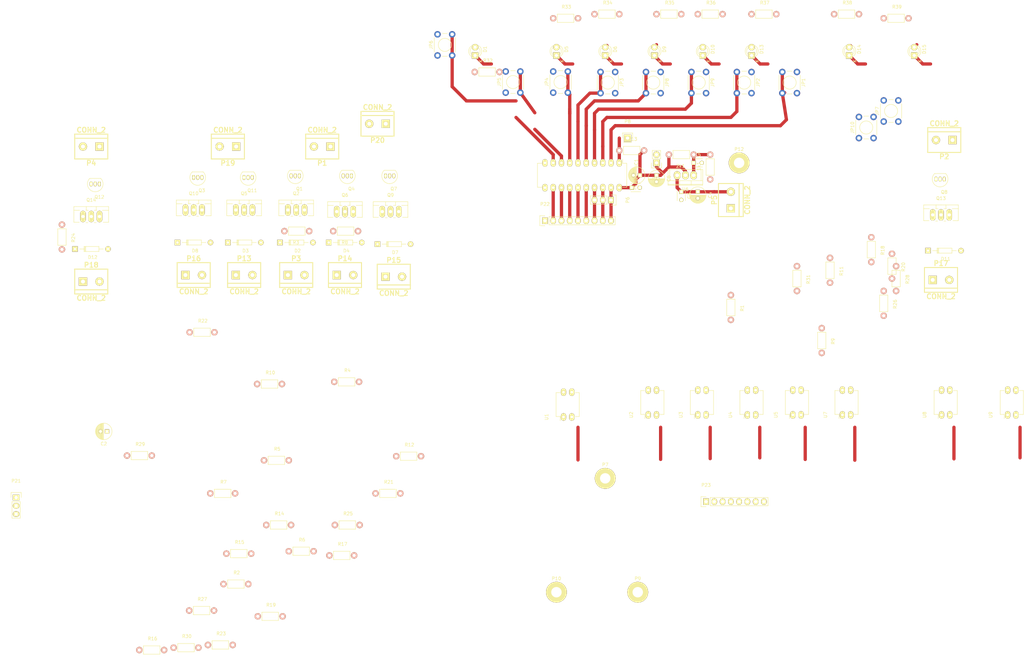
<source format=kicad_pcb>
(kicad_pcb (version 4) (host pcbnew 4.0.4+e1-6308~48~ubuntu16.04.1-stable)
  (layers (0 F.Cu signal) (31 B.Cu signal) (34 B.Paste user) (35 F.Paste user) (36 B.SilkS user) (37 F.SilkS user) (38 B.Mask user) (39 F.Mask user) (44 Edge.Cuts user))
  (net 0 "")
  (net 1 GNDD)
  (net 2 "Net-(1k1-Pad2)")
  (net 3 +3V3)
  (net 4 +12V)
  (net 5 "Net-(D1-Pad1)")
  (net 6 "Net-(D1-Pad2)")
  (net 7 "Net-(D2-Pad2)")
  (net 8 "Net-(D2-Pad1)")
  (net 9 "Net-(IC1-Pad1)")
  (net 10 /ts7)
  (net 11 /ts6)
  (net 12 /ts10)
  (net 13 /ts9)
  (net 14 /ts5)
  (net 15 /ts4)
  (net 16 /ts3)
  (net 17 /ts2)
  (net 18 /ts1)
  (net 19 /ts8)
  (net 20 /sw_E)
  (net 21 /sw_T)
  (net 22 /sw_R)
  (net 23 /sw_V)
  (net 24 /sw_U)
  (net 25 /sw_Y)
  (net 26 GNDPWR)
  (net 27 +36V)
  (net 28 +48V)
  (net 29 GNDA)
  (net 30 +9V)
  (net 31 "Net-(Q1-Pad2)")
  (net 32 "Net-(Q1-Pad3)")
  (net 33 "Net-(D3-Pad1)")
  (net 34 "Net-(D3-Pad2)")
  (net 35 "Net-(D4-Pad1)")
  (net 36 "Net-(D4-Pad2)")
  (net 37 "Net-(D5-Pad1)")
  (net 38 "Net-(D5-Pad2)")
  (net 39 "Net-(D6-Pad2)")
  (net 40 "Net-(D6-Pad1)")
  (net 41 "Net-(D7-Pad2)")
  (net 42 "Net-(D7-Pad1)")
  (net 43 "Net-(D8-Pad2)")
  (net 44 "Net-(D8-Pad1)")
  (net 45 "Net-(D9-Pad1)")
  (net 46 "Net-(D9-Pad2)")
  (net 47 "Net-(D10-Pad1)")
  (net 48 "Net-(D10-Pad2)")
  (net 49 "Net-(D11-Pad2)")
  (net 50 "Net-(D12-Pad2)")
  (net 51 "Net-(D13-Pad2)")
  (net 52 "Net-(D13-Pad1)")
  (net 53 "Net-(D14-Pad2)")
  (net 54 "Net-(Q3-Pad2)")
  (net 55 "Net-(Q3-Pad3)")
  (net 56 "Net-(Q4-Pad2)")
  (net 57 "Net-(Q4-Pad3)")
  (net 58 "Net-(Q12-Pad2)")
  (net 59 "Net-(Q10-Pad2)")
  (net 60 "Net-(Q11-Pad2)")
  (net 61 "Net-(Q11-Pad3)")
  (net 62 "Net-(D14-Pad1)")
  (net 63 "Net-(D15-Pad1)")
  (net 64 "Net-(D15-Pad2)")
  (net 65 "Net-(P21-Pad1)")
  (net 66 "Net-(P21-Pad2)")
  (net 67 "Net-(P21-Pad3)")
  (net 68 "Net-(Q7-Pad2)")
  (net 69 "Net-(Q7-Pad3)")
  (net 70 "Net-(Q8-Pad2)")
  (net 71 "Net-(Q12-Pad3)")
  (net 72 "Net-(R1-Pad2)")
  (net 73 "Net-(R9-Pad2)")
  (net 74 "Net-(R11-Pad2)")
  (net 75 "Net-(R18-Pad2)")
  (net 76 "Net-(R20-Pad2)")
  (net 77 "Net-(R26-Pad2)")
  (net 78 "Net-(R28-Pad2)")
  (net 79 "Net-(R31-Pad2)")
  (module Resistors_ThroughHole:Resistor_Horizontal_RM7mm (layer F.Cu) (at 382.27 38.1 90)
    (fp_text reference 1k1 (at 4.05892 -3.50012 90) (layer F.SilkS))
    (fp_text value R)
    (pad 1 thru_hole circle (at 0 0 90) (size 1.99898 1.99898) (drill 1.00076) (layers *.Cu *.SilkS *.Mask) (net 29 GNDA))
    (pad 2 thru_hole circle (at 7.62 0 90) (size 1.99898 1.99898) (drill 1.00076) (layers *.Cu *.SilkS *.Mask) (net 2 "Net-(1k1-Pad2)"))
  )
  (module Resistors_ThroughHole:Resistor_Horizontal_RM7mm (layer F.Cu) (at 377.19 30.48 180)
    (fp_text reference 2k1 (at 4.05892 -3.50012 180) (layer F.SilkS))
    (fp_text value R)
    (pad 1 thru_hole circle (at 0 0 180) (size 1.99898 1.99898) (drill 1.00076) (layers *.Cu *.SilkS *.Mask) (net 2 "Net-(1k1-Pad2)"))
    (pad 2 thru_hole circle (at 7.62 0 180) (size 1.99898 1.99898) (drill 1.00076) (layers *.Cu *.SilkS *.Mask))
  )
  (module Capacitors_ThroughHole:C_Disc_D3_P2.5 (layer F.Cu) (at 358.14 40.64)
    (fp_text reference C1 (at 1.25 -2.5) (layer F.SilkS))
    (fp_text value 100n)
    (pad 1 thru_hole rect (at 0 0) (size 1.3 1.3) (drill 0.8) (layers *.Cu *.Mask F.SilkS) (net 3 +3V3))
    (pad 2 thru_hole circle (at 2.5 0) (size 1.3 1.3) (drill 0.8001) (layers *.Cu *.Mask F.SilkS) (net 1 GNDD))
  )
  (module Capacitors_ThroughHole:C_Radial_D5_L11_P2 (layer F.Cu) (at 196.85 115.57 180)
    (fp_text reference C2 (at 1 -3.8 180) (layer F.SilkS))
    (fp_text value 4.7u)
    (pad 1 thru_hole rect (at 0 0 180) (size 1.3 1.3) (drill 0.8) (layers *.Cu *.Mask F.SilkS) (net 3 +3V3))
    (pad 2 thru_hole circle (at 2 0 180) (size 1.3 1.3) (drill 0.8) (layers *.Cu *.Mask F.SilkS) (net 1 GNDD))
  )
  (module Capacitors_ThroughHole:C_Disc_D3_P2.5 (layer F.Cu) (at 373.38 41.91 270)
    (fp_text reference C3 (at 1.25 -2.5 270) (layer F.SilkS))
    (fp_text value C_Small)
    (pad 1 thru_hole rect (at 0 0 270) (size 1.3 1.3) (drill 0.8) (layers *.Cu *.Mask F.SilkS) (net 30 +9V))
    (pad 2 thru_hole circle (at 2.5 0 270) (size 1.3 1.3) (drill 0.8001) (layers *.Cu *.Mask F.SilkS) (net 29 GNDA))
  )
  (module Capacitors_ThroughHole:C_Radial_D5_L11_P2 (layer F.Cu) (at 378.46 41.91 270)
    (fp_text reference C4 (at 1 -3.8 270) (layer F.SilkS))
    (fp_text value 47uf)
    (pad 1 thru_hole rect (at 0 0 270) (size 1.3 1.3) (drill 0.8) (layers *.Cu *.Mask F.SilkS) (net 3 +3V3))
    (pad 2 thru_hole circle (at 2 0 270) (size 1.3 1.3) (drill 0.8) (layers *.Cu *.Mask F.SilkS) (net 29 GNDA))
  )
  (module Capacitors_ThroughHole:C_Disc_D3_P2.5 (layer F.Cu) (at 377.19 33.02)
    (fp_text reference C5 (at 1.25 -2.5) (layer F.SilkS))
    (fp_text value C_Small)
    (pad 1 thru_hole rect (at 0 0) (size 1.3 1.3) (drill 0.8) (layers *.Cu *.Mask F.SilkS) (net 2 "Net-(1k1-Pad2)"))
    (pad 2 thru_hole circle (at 2.5 0) (size 1.3 1.3) (drill 0.8001) (layers *.Cu *.Mask F.SilkS) (net 29 GNDA))
  )
  (module Capacitors_ThroughHole:C_Radial_D5_L11_P2 (layer F.Cu) (at 365.76 36.83 270)
    (fp_text reference C6 (at 1 -3.8 270) (layer F.SilkS))
    (fp_text value 4.7uF)
    (pad 1 thru_hole rect (at 0 0 270) (size 1.3 1.3) (drill 0.8) (layers *.Cu *.Mask F.SilkS) (net 3 +3V3))
    (pad 2 thru_hole circle (at 2 0 270) (size 1.3 1.3) (drill 0.8) (layers *.Cu *.Mask F.SilkS) (net 29 GNDA))
  )
  (module Capacitors_ThroughHole:C_Radial_D5_L11_P2 (layer F.Cu) (at 360.68 36.83 180)
    (fp_text reference C7 (at 1 -3.8 180) (layer F.SilkS))
    (fp_text value 220uF)
    (pad 1 thru_hole rect (at 0 0 180) (size 1.3 1.3) (drill 0.8) (layers *.Cu *.Mask F.SilkS) (net 3 +3V3))
    (pad 2 thru_hole circle (at 2 0 180) (size 1.3 1.3) (drill 0.8) (layers *.Cu *.Mask F.SilkS) (net 29 GNDA))
  )
  (module LEDs:LED-3MM (layer F.Cu) (at 310 0 90)
    (fp_text reference D1 (at 1.91 3.06 90) (layer F.SilkS))
    (fp_text value Led_Small)
    (fp_text user K (at -1.69 1.74 90) (layer F.SilkS))
    (pad 1 thru_hole rect (at 0 0 180) (size 2 2) (drill 1.00076) (layers *.Cu *.Mask F.SilkS) (net 5 "Net-(D1-Pad1)"))
    (pad 2 thru_hole circle (at 2.54 0 90) (size 2 2) (drill 1.00076) (layers *.Cu *.Mask F.SilkS) (net 6 "Net-(D1-Pad2)"))
  )
  (module Diodes_ThroughHole:Diode_DO-35_SOD27_Horizontal_RM10 (layer F.Cu) (at 250 57.5)
    (fp_text reference D2 (at 5.43052 2.53746) (layer F.SilkS))
    (fp_text value D)
    (pad 2 thru_hole circle (at 10.16052 -0.00254 180) (size 1.69926 1.69926) (drill 0.70104) (layers *.Cu *.Mask F.SilkS) (net 7 "Net-(D2-Pad2)"))
    (pad 1 thru_hole rect (at 0.00052 -0.00254 180) (size 1.69926 1.69926) (drill 0.70104) (layers *.Cu *.Mask F.SilkS) (net 8 "Net-(D2-Pad1)"))
  )
  (module Diodes_ThroughHole:Diode_DO-35_SOD27_Horizontal_RM10 (layer F.Cu) (at 234 57.5)
    (fp_text reference D3 (at 5.43052 2.53746) (layer F.SilkS))
    (fp_text value D)
    (pad 2 thru_hole circle (at 10.16052 -0.00254 180) (size 1.69926 1.69926) (drill 0.70104) (layers *.Cu *.Mask F.SilkS) (net 34 "Net-(D3-Pad2)"))
    (pad 1 thru_hole rect (at 0.00052 -0.00254 180) (size 1.69926 1.69926) (drill 0.70104) (layers *.Cu *.Mask F.SilkS) (net 33 "Net-(D3-Pad1)"))
  )
  (module Diodes_ThroughHole:Diode_DO-35_SOD27_Horizontal_RM10 (layer F.Cu) (at 265 57.5)
    (fp_text reference D4 (at 5.43052 2.53746) (layer F.SilkS))
    (fp_text value D)
    (pad 2 thru_hole circle (at 10.16052 -0.00254 180) (size 1.69926 1.69926) (drill 0.70104) (layers *.Cu *.Mask F.SilkS) (net 36 "Net-(D4-Pad2)"))
    (pad 1 thru_hole rect (at 0.00052 -0.00254 180) (size 1.69926 1.69926) (drill 0.70104) (layers *.Cu *.Mask F.SilkS) (net 35 "Net-(D4-Pad1)"))
  )
  (module LEDs:LED-3MM (layer F.Cu) (at 335 0 90)
    (fp_text reference D5 (at 1.91 3.06 90) (layer F.SilkS))
    (fp_text value Led_Small)
    (fp_text user K (at -1.69 1.74 90) (layer F.SilkS))
    (pad 1 thru_hole rect (at 0 0 180) (size 2 2) (drill 1.00076) (layers *.Cu *.Mask F.SilkS) (net 37 "Net-(D5-Pad1)"))
    (pad 2 thru_hole circle (at 2.54 0 90) (size 2 2) (drill 1.00076) (layers *.Cu *.Mask F.SilkS) (net 38 "Net-(D5-Pad2)"))
  )
  (module LEDs:LED-3MM (layer F.Cu) (at 350 0 90)
    (fp_text reference D6 (at 1.91 3.06 90) (layer F.SilkS))
    (fp_text value Led_Small)
    (fp_text user K (at -1.69 1.74 90) (layer F.SilkS))
    (pad 1 thru_hole rect (at 0 0 180) (size 2 2) (drill 1.00076) (layers *.Cu *.Mask F.SilkS) (net 40 "Net-(D6-Pad1)"))
    (pad 2 thru_hole circle (at 2.54 0 90) (size 2 2) (drill 1.00076) (layers *.Cu *.Mask F.SilkS) (net 39 "Net-(D6-Pad2)"))
  )
  (module Diodes_ThroughHole:Diode_DO-35_SOD27_Horizontal_RM10 (layer F.Cu) (at 280 58)
    (fp_text reference D7 (at 5.43052 2.53746) (layer F.SilkS))
    (fp_text value D)
    (pad 2 thru_hole circle (at 10.16052 -0.00254 180) (size 1.69926 1.69926) (drill 0.70104) (layers *.Cu *.Mask F.SilkS) (net 41 "Net-(D7-Pad2)"))
    (pad 1 thru_hole rect (at 0.00052 -0.00254 180) (size 1.69926 1.69926) (drill 0.70104) (layers *.Cu *.Mask F.SilkS) (net 42 "Net-(D7-Pad1)"))
  )
  (module Diodes_ThroughHole:Diode_DO-35_SOD27_Horizontal_RM10 (layer F.Cu) (at 218.5 57.5)
    (fp_text reference D8 (at 5.43052 2.53746) (layer F.SilkS))
    (fp_text value D)
    (pad 2 thru_hole circle (at 10.16052 -0.00254 180) (size 1.69926 1.69926) (drill 0.70104) (layers *.Cu *.Mask F.SilkS) (net 43 "Net-(D8-Pad2)"))
    (pad 1 thru_hole rect (at 0.00052 -0.00254 180) (size 1.69926 1.69926) (drill 0.70104) (layers *.Cu *.Mask F.SilkS) (net 44 "Net-(D8-Pad1)"))
  )
  (module LEDs:LED-3MM (layer F.Cu) (at 365.125 0 90)
    (fp_text reference D9 (at 1.91 3.06 90) (layer F.SilkS))
    (fp_text value Led_Small)
    (fp_text user K (at -1.69 1.74 90) (layer F.SilkS))
    (pad 1 thru_hole rect (at 0 0 180) (size 2 2) (drill 1.00076) (layers *.Cu *.Mask F.SilkS) (net 45 "Net-(D9-Pad1)"))
    (pad 2 thru_hole circle (at 2.54 0 90) (size 2 2) (drill 1.00076) (layers *.Cu *.Mask F.SilkS) (net 46 "Net-(D9-Pad2)"))
  )
  (module LEDs:LED-3MM (layer F.Cu) (at 380 0 90)
    (fp_text reference D10 (at 1.91 3.06 90) (layer F.SilkS))
    (fp_text value Led_Small)
    (fp_text user K (at -1.69 1.74 90) (layer F.SilkS))
    (pad 1 thru_hole rect (at 0 0 180) (size 2 2) (drill 1.00076) (layers *.Cu *.Mask F.SilkS) (net 47 "Net-(D10-Pad1)"))
    (pad 2 thru_hole circle (at 2.54 0 90) (size 2 2) (drill 1.00076) (layers *.Cu *.Mask F.SilkS) (net 48 "Net-(D10-Pad2)"))
  )
  (module Diodes_ThroughHole:Diode_DO-35_SOD27_Horizontal_RM10 (layer F.Cu) (at 449.22 60)
    (fp_text reference D11 (at 5.43052 2.53746) (layer F.SilkS))
    (fp_text value D)
    (pad 2 thru_hole circle (at 10.16052 -0.00254 180) (size 1.69926 1.69926) (drill 0.70104) (layers *.Cu *.Mask F.SilkS) (net 49 "Net-(D11-Pad2)"))
    (pad 1 thru_hole rect (at 0.00052 -0.00254 180) (size 1.69926 1.69926) (drill 0.70104) (layers *.Cu *.Mask F.SilkS) (net 28 +48V))
  )
  (module Diodes_ThroughHole:Diode_DO-35_SOD27_Horizontal_RM10 (layer F.Cu) (at 187 59.5)
    (fp_text reference D12 (at 5.43052 2.53746) (layer F.SilkS))
    (fp_text value D)
    (pad 2 thru_hole circle (at 10.16052 -0.00254 180) (size 1.69926 1.69926) (drill 0.70104) (layers *.Cu *.Mask F.SilkS) (net 50 "Net-(D12-Pad2)"))
    (pad 1 thru_hole rect (at 0.00052 -0.00254 180) (size 1.69926 1.69926) (drill 0.70104) (layers *.Cu *.Mask F.SilkS) (net 4 +12V))
  )
  (module LEDs:LED-3MM (layer F.Cu) (at 395 0 90)
    (fp_text reference D13 (at 1.91 3.06 90) (layer F.SilkS))
    (fp_text value Led_Small)
    (fp_text user K (at -1.69 1.74 90) (layer F.SilkS))
    (pad 1 thru_hole rect (at 0 0 180) (size 2 2) (drill 1.00076) (layers *.Cu *.Mask F.SilkS) (net 52 "Net-(D13-Pad1)"))
    (pad 2 thru_hole circle (at 2.54 0 90) (size 2 2) (drill 1.00076) (layers *.Cu *.Mask F.SilkS) (net 51 "Net-(D13-Pad2)"))
  )
  (module LEDs:LED-3MM (layer F.Cu) (at 425 0 90)
    (fp_text reference D14 (at 1.91 3.06 90) (layer F.SilkS))
    (fp_text value Led_Small)
    (fp_text user K (at -1.69 1.74 90) (layer F.SilkS))
    (pad 1 thru_hole rect (at 0 0 180) (size 2 2) (drill 1.00076) (layers *.Cu *.Mask F.SilkS) (net 62 "Net-(D14-Pad1)"))
    (pad 2 thru_hole circle (at 2.54 0 90) (size 2 2) (drill 1.00076) (layers *.Cu *.Mask F.SilkS) (net 53 "Net-(D14-Pad2)"))
  )
  (module LEDs:LED-3MM (layer F.Cu) (at 445 0 90)
    (fp_text reference D15 (at 1.91 3.06 90) (layer F.SilkS))
    (fp_text value Led_Small)
    (fp_text user K (at -1.69 1.74 90) (layer F.SilkS))
    (pad 1 thru_hole rect (at 0 0 180) (size 2 2) (drill 1.00076) (layers *.Cu *.Mask F.SilkS) (net 63 "Net-(D15-Pad1)"))
    (pad 2 thru_hole circle (at 2.54 0 90) (size 2 2) (drill 1.00076) (layers *.Cu *.Mask F.SilkS) (net 64 "Net-(D15-Pad2)"))
  )
  (module Housings_DIP:DIP-20_W7.62mm_LongPads (layer F.Cu) (at 354.33 33.02 270)
    (fp_text reference IC1 (at 0 -5.22 270) (layer F.SilkS))
    (fp_text value ATTINY2313A-P)
    (pad 1 thru_hole oval (at 0 0 270) (size 2.3 1.6) (drill 0.8) (layers *.Cu *.Mask F.SilkS) (net 9 "Net-(IC1-Pad1)"))
    (pad 2 thru_hole oval (at 0 2.54 270) (size 2.3 1.6) (drill 0.8) (layers *.Cu *.Mask F.SilkS) (net 18 /ts1))
    (pad 3 thru_hole oval (at 0 5.08 270) (size 2.3 1.6) (drill 0.8) (layers *.Cu *.Mask F.SilkS) (net 17 /ts2))
    (pad 4 thru_hole oval (at 0 7.62 270) (size 2.3 1.6) (drill 0.8) (layers *.Cu *.Mask F.SilkS) (net 13 /ts9))
    (pad 5 thru_hole oval (at 0 10.16 270) (size 2.3 1.6) (drill 0.8) (layers *.Cu *.Mask F.SilkS) (net 19 /ts8))
    (pad 6 thru_hole oval (at 0 12.7 270) (size 2.3 1.6) (drill 0.8) (layers *.Cu *.Mask F.SilkS) (net 16 /ts3))
    (pad 7 thru_hole oval (at 0 15.24 270) (size 2.3 1.6) (drill 0.8) (layers *.Cu *.Mask F.SilkS) (net 15 /ts4))
    (pad 8 thru_hole oval (at 0 17.78 270) (size 2.3 1.6) (drill 0.8) (layers *.Cu *.Mask F.SilkS) (net 14 /ts5))
    (pad 9 thru_hole oval (at 0 20.32 270) (size 2.3 1.6) (drill 0.8) (layers *.Cu *.Mask F.SilkS) (net 11 /ts6))
    (pad 10 thru_hole oval (at 0 22.86 270) (size 2.3 1.6) (drill 0.8) (layers *.Cu *.Mask F.SilkS) (net 29 GNDA))
    (pad 11 thru_hole oval (at 7.62 22.86 270) (size 2.3 1.6) (drill 0.8) (layers *.Cu *.Mask F.SilkS) (net 10 /ts7))
    (pad 12 thru_hole oval (at 7.62 20.32 270) (size 2.3 1.6) (drill 0.8) (layers *.Cu *.Mask F.SilkS) (net 64 "Net-(D15-Pad2)"))
    (pad 13 thru_hole oval (at 7.62 17.78 270) (size 2.3 1.6) (drill 0.8) (layers *.Cu *.Mask F.SilkS) (net 53 "Net-(D14-Pad2)"))
    (pad 14 thru_hole oval (at 7.62 15.24 270) (size 2.3 1.6) (drill 0.8) (layers *.Cu *.Mask F.SilkS) (net 51 "Net-(D13-Pad2)"))
    (pad 15 thru_hole oval (at 7.62 12.7 270) (size 2.3 1.6) (drill 0.8) (layers *.Cu *.Mask F.SilkS) (net 48 "Net-(D10-Pad2)"))
    (pad 16 thru_hole oval (at 7.62 10.16 270) (size 2.3 1.6) (drill 0.8) (layers *.Cu *.Mask F.SilkS) (net 46 "Net-(D9-Pad2)"))
    (pad 17 thru_hole oval (at 7.62 7.62 270) (size 2.3 1.6) (drill 0.8) (layers *.Cu *.Mask F.SilkS) (net 39 "Net-(D6-Pad2)"))
    (pad 18 thru_hole oval (at 7.62 5.08 270) (size 2.3 1.6) (drill 0.8) (layers *.Cu *.Mask F.SilkS) (net 38 "Net-(D5-Pad2)"))
    (pad 19 thru_hole oval (at 7.62 2.54 270) (size 2.3 1.6) (drill 0.8) (layers *.Cu *.Mask F.SilkS) (net 6 "Net-(D1-Pad2)"))
    (pad 20 thru_hole oval (at 7.62 0 270) (size 2.3 1.6) (drill 0.8) (layers *.Cu *.Mask F.SilkS) (net 3 +3V3))
  )
  (module Buttons_Switches_ThroughHole:SW_PUSH_6mm (layer F.Cu) (at 408.94 5.08 270)
    (fp_text reference JP1 (at 3.25 -2 270) (layer F.SilkS))
    (fp_text value Jumper_NO_Small)
    (pad 2 thru_hole circle (at 0 4.5) (size 2 2) (drill 1.1) (layers *.Cu *.Mask) (net 18 /ts1))
    (pad 1 thru_hole circle (at 0 0) (size 2 2) (drill 1.1) (layers *.Cu *.Mask) (net 1 GNDD))
    (pad 2 thru_hole circle (at 6.5 4.5) (size 2 2) (drill 1.1) (layers *.Cu *.Mask) (net 18 /ts1))
    (pad 1 thru_hole circle (at 6.5 0) (size 2 2) (drill 1.1) (layers *.Cu *.Mask) (net 1 GNDD))
  )
  (module Buttons_Switches_ThroughHole:SW_PUSH_6mm (layer F.Cu) (at 394.97 5.08 270)
    (fp_text reference JP2 (at 3.25 -2 270) (layer F.SilkS))
    (fp_text value Jumper_NO_Small)
    (pad 2 thru_hole circle (at 0 4.5) (size 2 2) (drill 1.1) (layers *.Cu *.Mask) (net 17 /ts2))
    (pad 1 thru_hole circle (at 0 0) (size 2 2) (drill 1.1) (layers *.Cu *.Mask) (net 1 GNDD))
    (pad 2 thru_hole circle (at 6.5 4.5) (size 2 2) (drill 1.1) (layers *.Cu *.Mask) (net 17 /ts2))
    (pad 1 thru_hole circle (at 6.5 0) (size 2 2) (drill 1.1) (layers *.Cu *.Mask) (net 1 GNDD))
  )
  (module Buttons_Switches_ThroughHole:SW_PUSH_6mm (layer F.Cu) (at 353.06 5.08 270)
    (fp_text reference JP3 (at 3.25 -2 270) (layer F.SilkS))
    (fp_text value Jumper_NO_Small)
    (pad 2 thru_hole circle (at 0 4.5) (size 2 2) (drill 1.1) (layers *.Cu *.Mask) (net 16 /ts3))
    (pad 1 thru_hole circle (at 0 0) (size 2 2) (drill 1.1) (layers *.Cu *.Mask) (net 1 GNDD))
    (pad 2 thru_hole circle (at 6.5 4.5) (size 2 2) (drill 1.1) (layers *.Cu *.Mask) (net 16 /ts3))
    (pad 1 thru_hole circle (at 6.5 0) (size 2 2) (drill 1.1) (layers *.Cu *.Mask) (net 1 GNDD))
  )
  (module Buttons_Switches_ThroughHole:SW_PUSH_6mm (layer F.Cu) (at 334.01 11.43 90)
    (fp_text reference JP4 (at 3.25 -2 90) (layer F.SilkS))
    (fp_text value Jumper_NO_Small)
    (pad 2 thru_hole circle (at 0 4.5 180) (size 2 2) (drill 1.1) (layers *.Cu *.Mask) (net 15 /ts4))
    (pad 1 thru_hole circle (at 0 0 180) (size 2 2) (drill 1.1) (layers *.Cu *.Mask) (net 1 GNDD))
    (pad 2 thru_hole circle (at 6.5 4.5 180) (size 2 2) (drill 1.1) (layers *.Cu *.Mask) (net 15 /ts4))
    (pad 1 thru_hole circle (at 6.5 0 180) (size 2 2) (drill 1.1) (layers *.Cu *.Mask) (net 1 GNDD))
  )
  (module Buttons_Switches_ThroughHole:SW_PUSH_6mm (layer F.Cu) (at 319.405 11.43 90)
    (fp_text reference JP5 (at 3.25 -2 90) (layer F.SilkS))
    (fp_text value Jumper_NO_Small)
    (pad 2 thru_hole circle (at 0 4.5 180) (size 2 2) (drill 1.1) (layers *.Cu *.Mask) (net 14 /ts5))
    (pad 1 thru_hole circle (at 0 0 180) (size 2 2) (drill 1.1) (layers *.Cu *.Mask) (net 1 GNDD))
    (pad 2 thru_hole circle (at 6.5 4.5 180) (size 2 2) (drill 1.1) (layers *.Cu *.Mask) (net 14 /ts5))
    (pad 1 thru_hole circle (at 6.5 0 180) (size 2 2) (drill 1.1) (layers *.Cu *.Mask) (net 1 GNDD))
  )
  (module Buttons_Switches_ThroughHole:SW_PUSH_6mm (layer F.Cu) (at 298.45 0 90)
    (fp_text reference JP6 (at 3.25 -2 90) (layer F.SilkS))
    (fp_text value Jumper_NO_Small)
    (pad 2 thru_hole circle (at 0 4.5 180) (size 2 2) (drill 1.1) (layers *.Cu *.Mask) (net 11 /ts6))
    (pad 1 thru_hole circle (at 0 0 180) (size 2 2) (drill 1.1) (layers *.Cu *.Mask) (net 1 GNDD))
    (pad 2 thru_hole circle (at 6.5 4.5 180) (size 2 2) (drill 1.1) (layers *.Cu *.Mask) (net 11 /ts6))
    (pad 1 thru_hole circle (at 6.5 0 180) (size 2 2) (drill 1.1) (layers *.Cu *.Mask) (net 1 GNDD))
  )
  (module Buttons_Switches_ThroughHole:SW_PUSH_6mm (layer F.Cu) (at 435.61 20.32 90)
    (fp_text reference JP7 (at 3.25 -2 90) (layer F.SilkS))
    (fp_text value Jumper_NO_Small)
    (pad 2 thru_hole circle (at 0 4.5 180) (size 2 2) (drill 1.1) (layers *.Cu *.Mask) (net 10 /ts7))
    (pad 1 thru_hole circle (at 0 0 180) (size 2 2) (drill 1.1) (layers *.Cu *.Mask) (net 1 GNDD))
    (pad 2 thru_hole circle (at 6.5 4.5 180) (size 2 2) (drill 1.1) (layers *.Cu *.Mask) (net 10 /ts7))
    (pad 1 thru_hole circle (at 6.5 0 180) (size 2 2) (drill 1.1) (layers *.Cu *.Mask) (net 1 GNDD))
  )
  (module Buttons_Switches_ThroughHole:SW_PUSH_6mm (layer F.Cu) (at 367.03 5.08 270)
    (fp_text reference JP8 (at 3.25 -2 270) (layer F.SilkS))
    (fp_text value Jumper_NO_Small)
    (pad 2 thru_hole circle (at 0 4.5) (size 2 2) (drill 1.1) (layers *.Cu *.Mask) (net 19 /ts8))
    (pad 1 thru_hole circle (at 0 0) (size 2 2) (drill 1.1) (layers *.Cu *.Mask) (net 1 GNDD))
    (pad 2 thru_hole circle (at 6.5 4.5) (size 2 2) (drill 1.1) (layers *.Cu *.Mask) (net 19 /ts8))
    (pad 1 thru_hole circle (at 6.5 0) (size 2 2) (drill 1.1) (layers *.Cu *.Mask) (net 1 GNDD))
  )
  (module Buttons_Switches_ThroughHole:SW_PUSH_6mm (layer F.Cu) (at 381 5.08 270)
    (fp_text reference JP9 (at 3.25 -2 270) (layer F.SilkS))
    (fp_text value Jumper_NO_Small)
    (pad 2 thru_hole circle (at 0 4.5) (size 2 2) (drill 1.1) (layers *.Cu *.Mask) (net 13 /ts9))
    (pad 1 thru_hole circle (at 0 0) (size 2 2) (drill 1.1) (layers *.Cu *.Mask) (net 1 GNDD))
    (pad 2 thru_hole circle (at 6.5 4.5) (size 2 2) (drill 1.1) (layers *.Cu *.Mask) (net 13 /ts9))
    (pad 1 thru_hole circle (at 6.5 0) (size 2 2) (drill 1.1) (layers *.Cu *.Mask) (net 1 GNDD))
  )
  (module Buttons_Switches_ThroughHole:SW_PUSH_6mm (layer F.Cu) (at 427.99 25.4 90)
    (fp_text reference JP10 (at 3.25 -2 90) (layer F.SilkS))
    (fp_text value Jumper_NO_Small)
    (pad 2 thru_hole circle (at 0 4.5 180) (size 2 2) (drill 1.1) (layers *.Cu *.Mask) (net 12 /ts10))
    (pad 1 thru_hole circle (at 0 0 180) (size 2 2) (drill 1.1) (layers *.Cu *.Mask) (net 1 GNDD))
    (pad 2 thru_hole circle (at 6.5 4.5 180) (size 2 2) (drill 1.1) (layers *.Cu *.Mask) (net 12 /ts10))
    (pad 1 thru_hole circle (at 6.5 0 180) (size 2 2) (drill 1.1) (layers *.Cu *.Mask) (net 1 GNDD))
  )
  (module borniers:bornier2_V (layer F.Cu) (at 263 28 180)
    (fp_text reference P1 (at 0 -5.08 180) (layer F.SilkS) (effects (font (thickness 0.3048))))
    (fp_text value CONN_2 (at 0 5.08 180) (layer F.SilkS) (effects (font (thickness 0.3048))))
    (pad 1 thru_hole rect (at -2.54 0 180) (size 2.54 2.54) (drill 1.22428) (layers *.Cu *.Mask F.SilkS) (net 26 GNDPWR))
    (pad 2 thru_hole circle (at 2.54 0 180) (size 2.54 2.54) (drill 1.22428) (layers *.Cu *.Mask F.SilkS) (net 27 +36V))
  )
  (module borniers:bornier2_V (layer F.Cu) (at 454.22 26 180)
    (fp_text reference P2 (at 0 -5.08 180) (layer F.SilkS) (effects (font (thickness 0.3048))))
    (fp_text value CONN_2 (at 0 5.08 180) (layer F.SilkS) (effects (font (thickness 0.3048))))
    (pad 1 thru_hole rect (at -2.54 0 180) (size 2.54 2.54) (drill 1.22428) (layers *.Cu *.Mask F.SilkS) (net 26 GNDPWR))
    (pad 2 thru_hole circle (at 2.54 0 180) (size 2.54 2.54) (drill 1.22428) (layers *.Cu *.Mask F.SilkS) (net 28 +48V))
  )
  (module borniers:bornier2_V (layer F.Cu) (at 255 67.5)
    (fp_text reference P3 (at 0 -5.08) (layer F.SilkS) (effects (font (thickness 0.3048))))
    (fp_text value CONN_2 (at 0 5.08) (layer F.SilkS) (effects (font (thickness 0.3048))))
    (pad 1 thru_hole rect (at -2.54 0) (size 2.54 2.54) (drill 1.22428) (layers *.Cu *.Mask F.SilkS) (net 8 "Net-(D2-Pad1)"))
    (pad 2 thru_hole circle (at 2.54 0) (size 2.54 2.54) (drill 1.22428) (layers *.Cu *.Mask F.SilkS) (net 7 "Net-(D2-Pad2)"))
  )
  (module borniers:bornier2_V (layer F.Cu) (at 192 28 180)
    (fp_text reference P4 (at 0 -5.08 180) (layer F.SilkS) (effects (font (thickness 0.3048))))
    (fp_text value CONN_2 (at 0 5.08 180) (layer F.SilkS) (effects (font (thickness 0.3048))))
    (pad 1 thru_hole rect (at -2.54 0 180) (size 2.54 2.54) (drill 1.22428) (layers *.Cu *.Mask F.SilkS) (net 1 GNDD))
    (pad 2 thru_hole circle (at 2.54 0 180) (size 2.54 2.54) (drill 1.22428) (layers *.Cu *.Mask F.SilkS) (net 4 +12V))
  )
  (module borniers:bornier2_V (layer F.Cu) (at 388.62 44.45 90)
    (fp_text reference P5 (at 0 -5.08 90) (layer F.SilkS) (effects (font (thickness 0.3048))))
    (fp_text value CONN_2 (at 0 5.08 90) (layer F.SilkS) (effects (font (thickness 0.3048))))
    (pad 1 thru_hole rect (at -2.54 0 90) (size 2.54 2.54) (drill 1.22428) (layers *.Cu *.Mask F.SilkS) (net 29 GNDA))
    (pad 2 thru_hole circle (at 2.54 0 90) (size 2.54 2.54) (drill 1.22428) (layers *.Cu *.Mask F.SilkS) (net 30 +9V))
  )
  (module Pin_Headers:Pin_Header_Straight_1x03 (layer F.Cu) (at 351.79 44.45 270)
    (fp_text reference P6 (at 0 -5.1 270) (layer F.SilkS))
    (fp_text value CONN_01X03)
    (pad 1 thru_hole rect (at 0 0 270) (size 2.032 1.7272) (drill 1.016) (layers *.Cu *.Mask F.SilkS) (net 6 "Net-(D1-Pad2)"))
    (pad 2 thru_hole oval (at 0 2.54 270) (size 2.032 1.7272) (drill 1.016) (layers *.Cu *.Mask F.SilkS) (net 38 "Net-(D5-Pad2)"))
    (pad 3 thru_hole oval (at 0 5.08 270) (size 2.032 1.7272) (drill 1.016) (layers *.Cu *.Mask F.SilkS) (net 39 "Net-(D6-Pad2)"))
  )
  (module Mounting_Holes:MountingHole_3.2mm_M3_Pad (layer F.Cu) (at 350 130)
    (fp_text reference P7 (at 0 -4.2) (layer F.SilkS))
    (fp_text value CONN_01X01)
    (pad 1 thru_hole circle (at 0 0) (size 6.4 6.4) (drill 3.2) (layers *.Cu *.Mask F.SilkS))
  )
  (module Pin_Headers:Pin_Header_Straight_1x01 (layer F.Cu) (at 356.87 25.4)
    (fp_text reference P8 (at 0 -5.1) (layer F.SilkS))
    (fp_text value CONN_01X01)
    (pad 1 thru_hole rect (at 0 0) (size 2.2352 2.2352) (drill 1.016) (layers *.Cu *.Mask F.SilkS) (net 9 "Net-(IC1-Pad1)"))
  )
  (module Mounting_Holes:MountingHole_3.2mm_M3_Pad (layer F.Cu) (at 360 165)
    (fp_text reference P9 (at 0 -4.2) (layer F.SilkS))
    (fp_text value CONN_01X01)
    (pad 1 thru_hole circle (at 0 0) (size 6.4 6.4) (drill 3.2) (layers *.Cu *.Mask F.SilkS))
  )
  (module Mounting_Holes:MountingHole_3.2mm_M3_Pad (layer F.Cu) (at 335 165)
    (fp_text reference P10 (at 0 -4.2) (layer F.SilkS))
    (fp_text value CONN_01X01)
    (pad 1 thru_hole circle (at 0 0) (size 6.4 6.4) (drill 3.2) (layers *.Cu *.Mask F.SilkS))
  )
  (module Pin_Headers:Pin_Header_Straight_1x02 (layer F.Cu) (at 365.76 33.02 180)
    (fp_text reference P11 (at 0 -5.1 180) (layer F.SilkS))
    (fp_text value CONN_02X01)
    (pad 1 thru_hole rect (at 0 0 180) (size 2.032 2.032) (drill 1.016) (layers *.Cu *.Mask F.SilkS) (net 3 +3V3))
    (pad 2 thru_hole oval (at 0 2.54 180) (size 2.032 2.032) (drill 1.016) (layers *.Cu *.Mask F.SilkS) (net 29 GNDA))
  )
  (module Mounting_Holes:MountingHole_3.2mm_M3_Pad (layer F.Cu) (at 391.16 33.02)
    (fp_text reference P12 (at 0 -4.2) (layer F.SilkS))
    (fp_text value CONN_01X01)
    (pad 1 thru_hole circle (at 0 0) (size 6.4 6.4) (drill 3.2) (layers *.Cu *.Mask F.SilkS))
  )
  (module borniers:bornier2_V (layer F.Cu) (at 239 67.5)
    (fp_text reference P13 (at 0 -5.08) (layer F.SilkS) (effects (font (thickness 0.3048))))
    (fp_text value CONN_2 (at 0 5.08) (layer F.SilkS) (effects (font (thickness 0.3048))))
    (pad 1 thru_hole rect (at -2.54 0) (size 2.54 2.54) (drill 1.22428) (layers *.Cu *.Mask F.SilkS) (net 33 "Net-(D3-Pad1)"))
    (pad 2 thru_hole circle (at 2.54 0) (size 2.54 2.54) (drill 1.22428) (layers *.Cu *.Mask F.SilkS) (net 34 "Net-(D3-Pad2)"))
  )
  (module borniers:bornier2_V (layer F.Cu) (at 270 67.5)
    (fp_text reference P14 (at 0 -5.08) (layer F.SilkS) (effects (font (thickness 0.3048))))
    (fp_text value CONN_2 (at 0 5.08) (layer F.SilkS) (effects (font (thickness 0.3048))))
    (pad 1 thru_hole rect (at -2.54 0) (size 2.54 2.54) (drill 1.22428) (layers *.Cu *.Mask F.SilkS) (net 35 "Net-(D4-Pad1)"))
    (pad 2 thru_hole circle (at 2.54 0) (size 2.54 2.54) (drill 1.22428) (layers *.Cu *.Mask F.SilkS) (net 36 "Net-(D4-Pad2)"))
  )
  (module borniers:bornier2_V (layer F.Cu) (at 285 68)
    (fp_text reference P15 (at 0 -5.08) (layer F.SilkS) (effects (font (thickness 0.3048))))
    (fp_text value CONN_2 (at 0 5.08) (layer F.SilkS) (effects (font (thickness 0.3048))))
    (pad 1 thru_hole rect (at -2.54 0) (size 2.54 2.54) (drill 1.22428) (layers *.Cu *.Mask F.SilkS) (net 42 "Net-(D7-Pad1)"))
    (pad 2 thru_hole circle (at 2.54 0) (size 2.54 2.54) (drill 1.22428) (layers *.Cu *.Mask F.SilkS) (net 41 "Net-(D7-Pad2)"))
  )
  (module borniers:bornier2_V (layer F.Cu) (at 223.5 67.5)
    (fp_text reference P16 (at 0 -5.08) (layer F.SilkS) (effects (font (thickness 0.3048))))
    (fp_text value CONN_2 (at 0 5.08) (layer F.SilkS) (effects (font (thickness 0.3048))))
    (pad 1 thru_hole rect (at -2.54 0) (size 2.54 2.54) (drill 1.22428) (layers *.Cu *.Mask F.SilkS) (net 44 "Net-(D8-Pad1)"))
    (pad 2 thru_hole circle (at 2.54 0) (size 2.54 2.54) (drill 1.22428) (layers *.Cu *.Mask F.SilkS) (net 43 "Net-(D8-Pad2)"))
  )
  (module borniers:bornier2_V (layer F.Cu) (at 453.22 69)
    (fp_text reference P17 (at 0 -5.08) (layer F.SilkS) (effects (font (thickness 0.3048))))
    (fp_text value CONN_2 (at 0 5.08) (layer F.SilkS) (effects (font (thickness 0.3048))))
    (pad 1 thru_hole rect (at -2.54 0) (size 2.54 2.54) (drill 1.22428) (layers *.Cu *.Mask F.SilkS) (net 28 +48V))
    (pad 2 thru_hole circle (at 2.54 0) (size 2.54 2.54) (drill 1.22428) (layers *.Cu *.Mask F.SilkS) (net 49 "Net-(D11-Pad2)"))
  )
  (module borniers:bornier2_V (layer F.Cu) (at 192 69.5)
    (fp_text reference P18 (at 0 -5.08) (layer F.SilkS) (effects (font (thickness 0.3048))))
    (fp_text value CONN_2 (at 0 5.08) (layer F.SilkS) (effects (font (thickness 0.3048))))
    (pad 1 thru_hole rect (at -2.54 0) (size 2.54 2.54) (drill 1.22428) (layers *.Cu *.Mask F.SilkS) (net 4 +12V))
    (pad 2 thru_hole circle (at 2.54 0) (size 2.54 2.54) (drill 1.22428) (layers *.Cu *.Mask F.SilkS) (net 50 "Net-(D12-Pad2)"))
  )
  (module borniers:bornier2_V (layer F.Cu) (at 234 28 180)
    (fp_text reference P19 (at 0 -5.08 180) (layer F.SilkS) (effects (font (thickness 0.3048))))
    (fp_text value CONN_2 (at 0 5.08 180) (layer F.SilkS) (effects (font (thickness 0.3048))))
    (pad 1 thru_hole rect (at -2.54 0 180) (size 2.54 2.54) (drill 1.22428) (layers *.Cu *.Mask F.SilkS) (net 26 GNDPWR))
    (pad 2 thru_hole circle (at 2.54 0 180) (size 2.54 2.54) (drill 1.22428) (layers *.Cu *.Mask F.SilkS) (net 27 +36V))
  )
  (module borniers:bornier2_V (layer F.Cu) (at 280 21 180)
    (fp_text reference P20 (at 0 -5.08 180) (layer F.SilkS) (effects (font (thickness 0.3048))))
    (fp_text value CONN_2 (at 0 5.08 180) (layer F.SilkS) (effects (font (thickness 0.3048))))
    (pad 1 thru_hole rect (at -2.54 0 180) (size 2.54 2.54) (drill 1.22428) (layers *.Cu *.Mask F.SilkS) (net 26 GNDPWR))
    (pad 2 thru_hole circle (at 2.54 0 180) (size 2.54 2.54) (drill 1.22428) (layers *.Cu *.Mask F.SilkS) (net 27 +36V))
  )
  (module Pin_Headers:Pin_Header_Straight_1x03 (layer F.Cu) (at 168.91 135.89)
    (fp_text reference P21 (at 0 -5.1) (layer F.SilkS))
    (fp_text value CONN_01X03)
    (pad 1 thru_hole rect (at 0 0) (size 2.032 1.7272) (drill 1.016) (layers *.Cu *.Mask F.SilkS) (net 65 "Net-(P21-Pad1)"))
    (pad 2 thru_hole oval (at 0 2.54) (size 2.032 1.7272) (drill 1.016) (layers *.Cu *.Mask F.SilkS) (net 66 "Net-(P21-Pad2)"))
    (pad 3 thru_hole oval (at 0 5.08) (size 2.032 1.7272) (drill 1.016) (layers *.Cu *.Mask F.SilkS) (net 67 "Net-(P21-Pad3)"))
  )
  (module TO_SOT_Packages_THT:TO-92_Inline_Narrow_Oval (layer F.Cu) (at 256 37 180)
    (fp_text reference Q1 (at 0 -4 180) (layer F.SilkS))
    (fp_text value Q_NPN_EBC)
    (pad 2 thru_hole oval (at 1.27 0) (size 0.89916 1.50114) (drill 0.6) (layers *.Cu *.Mask F.SilkS) (net 31 "Net-(Q1-Pad2)"))
    (pad 3 thru_hole oval (at 2.54 0) (size 0.89916 1.50114) (drill 0.6) (layers *.Cu *.Mask F.SilkS) (net 32 "Net-(Q1-Pad3)"))
    (pad 1 thru_hole oval (at 0 0) (size 0.89916 1.50114) (drill 0.6) (layers *.Cu *.Mask F.SilkS) (net 26 GNDPWR))
  )
  (module TO_SOT_Packages_THT:TO-220_Neutral123_Vertical_LargePads (layer F.Cu) (at 255 47.5)
    (fp_text reference Q2 (at 0 -5.08) (layer F.SilkS))
    (fp_text value Q_NJFET_DGS)
    (pad 2 thru_hole oval (at 0 0 90) (size 3.50012 1.69926) (drill 1.00076) (layers *.Cu *.Mask F.SilkS) (net 32 "Net-(Q1-Pad3)"))
    (pad 1 thru_hole oval (at -2.54 0 90) (size 3.50012 1.69926) (drill 1.00076) (layers *.Cu *.Mask F.SilkS) (net 7 "Net-(D2-Pad2)"))
    (pad 3 thru_hole oval (at 2.54 0 90) (size 3.50012 1.69926) (drill 1.00076) (layers *.Cu *.Mask F.SilkS) (net 26 GNDPWR))
  )
  (module TO_SOT_Packages_THT:TO-92_Inline_Narrow_Oval (layer F.Cu) (at 226 37.5 180)
    (fp_text reference Q3 (at 0 -4 180) (layer F.SilkS))
    (fp_text value Q_NPN_EBC)
    (pad 2 thru_hole oval (at 1.27 0) (size 0.89916 1.50114) (drill 0.6) (layers *.Cu *.Mask F.SilkS) (net 54 "Net-(Q3-Pad2)"))
    (pad 3 thru_hole oval (at 2.54 0) (size 0.89916 1.50114) (drill 0.6) (layers *.Cu *.Mask F.SilkS) (net 55 "Net-(Q3-Pad3)"))
    (pad 1 thru_hole oval (at 0 0) (size 0.89916 1.50114) (drill 0.6) (layers *.Cu *.Mask F.SilkS) (net 26 GNDPWR))
  )
  (module TO_SOT_Packages_THT:TO-92_Inline_Narrow_Oval (layer F.Cu) (at 272 37 180)
    (fp_text reference Q4 (at 0 -4 180) (layer F.SilkS))
    (fp_text value Q_NPN_EBC)
    (pad 2 thru_hole oval (at 1.27 0) (size 0.89916 1.50114) (drill 0.6) (layers *.Cu *.Mask F.SilkS) (net 56 "Net-(Q4-Pad2)"))
    (pad 3 thru_hole oval (at 2.54 0) (size 0.89916 1.50114) (drill 0.6) (layers *.Cu *.Mask F.SilkS) (net 57 "Net-(Q4-Pad3)"))
    (pad 1 thru_hole oval (at 0 0) (size 0.89916 1.50114) (drill 0.6) (layers *.Cu *.Mask F.SilkS) (net 26 GNDPWR))
  )
  (module TO_SOT_Packages_THT:TO-220_Neutral123_Vertical_LargePads (layer F.Cu) (at 239 47.5)
    (fp_text reference Q5 (at 0 -5.08) (layer F.SilkS))
    (fp_text value Q_NJFET_DGS)
    (pad 2 thru_hole oval (at 0 0 90) (size 3.50012 1.69926) (drill 1.00076) (layers *.Cu *.Mask F.SilkS) (net 55 "Net-(Q3-Pad3)"))
    (pad 1 thru_hole oval (at -2.54 0 90) (size 3.50012 1.69926) (drill 1.00076) (layers *.Cu *.Mask F.SilkS) (net 34 "Net-(D3-Pad2)"))
    (pad 3 thru_hole oval (at 2.54 0 90) (size 3.50012 1.69926) (drill 1.00076) (layers *.Cu *.Mask F.SilkS) (net 26 GNDPWR))
  )
  (module TO_SOT_Packages_THT:TO-220_Neutral123_Vertical_LargePads (layer F.Cu) (at 270 48)
    (fp_text reference Q6 (at 0 -5.08) (layer F.SilkS))
    (fp_text value Q_NJFET_DGS)
    (pad 2 thru_hole oval (at 0 0 90) (size 3.50012 1.69926) (drill 1.00076) (layers *.Cu *.Mask F.SilkS) (net 57 "Net-(Q4-Pad3)"))
    (pad 1 thru_hole oval (at -2.54 0 90) (size 3.50012 1.69926) (drill 1.00076) (layers *.Cu *.Mask F.SilkS) (net 36 "Net-(D4-Pad2)"))
    (pad 3 thru_hole oval (at 2.54 0 90) (size 3.50012 1.69926) (drill 1.00076) (layers *.Cu *.Mask F.SilkS) (net 26 GNDPWR))
  )
  (module TO_SOT_Packages_THT:TO-92_Inline_Narrow_Oval (layer F.Cu) (at 285 37 180)
    (fp_text reference Q7 (at 0 -4 180) (layer F.SilkS))
    (fp_text value Q_NPN_EBC)
    (pad 2 thru_hole oval (at 1.27 0) (size 0.89916 1.50114) (drill 0.6) (layers *.Cu *.Mask F.SilkS) (net 68 "Net-(Q7-Pad2)"))
    (pad 3 thru_hole oval (at 2.54 0) (size 0.89916 1.50114) (drill 0.6) (layers *.Cu *.Mask F.SilkS) (net 69 "Net-(Q7-Pad3)"))
    (pad 1 thru_hole oval (at 0 0) (size 0.89916 1.50114) (drill 0.6) (layers *.Cu *.Mask F.SilkS) (net 26 GNDPWR))
  )
  (module TO_SOT_Packages_THT:TO-92_Inline_Narrow_Oval (layer F.Cu) (at 454.22 38 180)
    (fp_text reference Q8 (at 0 -4 180) (layer F.SilkS))
    (fp_text value Q_NPN_EBC)
    (pad 2 thru_hole oval (at 1.27 0) (size 0.89916 1.50114) (drill 0.6) (layers *.Cu *.Mask F.SilkS) (net 70 "Net-(Q8-Pad2)"))
    (pad 3 thru_hole oval (at 2.54 0) (size 0.89916 1.50114) (drill 0.6) (layers *.Cu *.Mask F.SilkS) (net 59 "Net-(Q10-Pad2)"))
    (pad 1 thru_hole oval (at 0 0) (size 0.89916 1.50114) (drill 0.6) (layers *.Cu *.Mask F.SilkS) (net 26 GNDPWR))
  )
  (module TO_SOT_Packages_THT:TO-220_Neutral123_Vertical_LargePads (layer F.Cu) (at 284 48)
    (fp_text reference Q9 (at 0 -5.08) (layer F.SilkS))
    (fp_text value Q_NJFET_DGS)
    (pad 2 thru_hole oval (at 0 0 90) (size 3.50012 1.69926) (drill 1.00076) (layers *.Cu *.Mask F.SilkS) (net 69 "Net-(Q7-Pad3)"))
    (pad 1 thru_hole oval (at -2.54 0 90) (size 3.50012 1.69926) (drill 1.00076) (layers *.Cu *.Mask F.SilkS) (net 41 "Net-(D7-Pad2)"))
    (pad 3 thru_hole oval (at 2.54 0 90) (size 3.50012 1.69926) (drill 1.00076) (layers *.Cu *.Mask F.SilkS) (net 26 GNDPWR))
  )
  (module TO_SOT_Packages_THT:TO-220_Neutral123_Vertical_LargePads (layer F.Cu) (at 223.5 47.5)
    (fp_text reference Q10 (at 0 -5.08) (layer F.SilkS))
    (fp_text value Q_NJFET_DGS)
    (pad 2 thru_hole oval (at 0 0 90) (size 3.50012 1.69926) (drill 1.00076) (layers *.Cu *.Mask F.SilkS) (net 59 "Net-(Q10-Pad2)"))
    (pad 1 thru_hole oval (at -2.54 0 90) (size 3.50012 1.69926) (drill 1.00076) (layers *.Cu *.Mask F.SilkS) (net 43 "Net-(D8-Pad2)"))
    (pad 3 thru_hole oval (at 2.54 0 90) (size 3.50012 1.69926) (drill 1.00076) (layers *.Cu *.Mask F.SilkS) (net 26 GNDPWR))
  )
  (module TO_SOT_Packages_THT:TO-92_Inline_Narrow_Oval (layer F.Cu) (at 241.5 37.5 180)
    (fp_text reference Q11 (at 0 -4 180) (layer F.SilkS))
    (fp_text value Q_NPN_EBC)
    (pad 2 thru_hole oval (at 1.27 0) (size 0.89916 1.50114) (drill 0.6) (layers *.Cu *.Mask F.SilkS) (net 60 "Net-(Q11-Pad2)"))
    (pad 3 thru_hole oval (at 2.54 0) (size 0.89916 1.50114) (drill 0.6) (layers *.Cu *.Mask F.SilkS) (net 61 "Net-(Q11-Pad3)"))
    (pad 1 thru_hole oval (at 0 0) (size 0.89916 1.50114) (drill 0.6) (layers *.Cu *.Mask F.SilkS) (net 26 GNDPWR))
  )
  (module TO_SOT_Packages_THT:TO-92_Inline_Narrow_Oval (layer F.Cu) (at 194.5 39.5 180)
    (fp_text reference Q12 (at 0 -4 180) (layer F.SilkS))
    (fp_text value Q_NPN_EBC)
    (pad 2 thru_hole oval (at 1.27 0) (size 0.89916 1.50114) (drill 0.6) (layers *.Cu *.Mask F.SilkS) (net 58 "Net-(Q12-Pad2)"))
    (pad 3 thru_hole oval (at 2.54 0) (size 0.89916 1.50114) (drill 0.6) (layers *.Cu *.Mask F.SilkS) (net 71 "Net-(Q12-Pad3)"))
    (pad 1 thru_hole oval (at 0 0) (size 0.89916 1.50114) (drill 0.6) (layers *.Cu *.Mask F.SilkS) (net 1 GNDD))
  )
  (module TO_SOT_Packages_THT:TO-220_Neutral123_Vertical_LargePads (layer F.Cu) (at 453.22 49)
    (fp_text reference Q13 (at 0 -5.08) (layer F.SilkS))
    (fp_text value Q_NJFET_DGS)
    (pad 2 thru_hole oval (at 0 0 90) (size 3.50012 1.69926) (drill 1.00076) (layers *.Cu *.Mask F.SilkS) (net 61 "Net-(Q11-Pad3)"))
    (pad 1 thru_hole oval (at -2.54 0 90) (size 3.50012 1.69926) (drill 1.00076) (layers *.Cu *.Mask F.SilkS) (net 49 "Net-(D11-Pad2)"))
    (pad 3 thru_hole oval (at 2.54 0 90) (size 3.50012 1.69926) (drill 1.00076) (layers *.Cu *.Mask F.SilkS) (net 26 GNDPWR))
  )
  (module TO_SOT_Packages_THT:TO-220_Neutral123_Vertical_LargePads (layer F.Cu) (at 192 49.5)
    (fp_text reference Q14 (at 0 -5.08) (layer F.SilkS))
    (fp_text value Q_NJFET_DGS)
    (pad 2 thru_hole oval (at 0 0 90) (size 3.50012 1.69926) (drill 1.00076) (layers *.Cu *.Mask F.SilkS) (net 71 "Net-(Q12-Pad3)"))
    (pad 1 thru_hole oval (at -2.54 0 90) (size 3.50012 1.69926) (drill 1.00076) (layers *.Cu *.Mask F.SilkS) (net 50 "Net-(D12-Pad2)"))
    (pad 3 thru_hole oval (at 2.54 0 90) (size 3.50012 1.69926) (drill 1.00076) (layers *.Cu *.Mask F.SilkS) (net 1 GNDD))
  )
  (module Resistors_ThroughHole:Resistor_Horizontal_RM7mm (layer F.Cu) (at 388.62 73.66 270)
    (fp_text reference R1 (at 4.05892 -3.50012 270) (layer F.SilkS))
    (fp_text value 150R)
    (pad 1 thru_hole circle (at 0 0 270) (size 1.99898 1.99898) (drill 1.00076) (layers *.Cu *.SilkS *.Mask) (net 29 GNDA))
    (pad 2 thru_hole circle (at 7.62 0 270) (size 1.99898 1.99898) (drill 1.00076) (layers *.Cu *.SilkS *.Mask) (net 72 "Net-(R1-Pad2)"))
  )
  (module Resistors_ThroughHole:Resistor_Horizontal_RM7mm (layer F.Cu) (at 232.655001 162.49512)
    (fp_text reference R2 (at 4.05892 -3.50012) (layer F.SilkS))
    (fp_text value 100k)
    (pad 1 thru_hole circle (at 0 0) (size 1.99898 1.99898) (drill 1.00076) (layers *.Cu *.SilkS *.Mask) (net 31 "Net-(Q1-Pad2)"))
    (pad 2 thru_hole circle (at 7.62 0) (size 1.99898 1.99898) (drill 1.00076) (layers *.Cu *.SilkS *.Mask) (net 8 "Net-(D2-Pad1)"))
  )
  (module Resistors_ThroughHole:Resistor_Horizontal_RM7mm (layer F.Cu) (at 259 54 180)
    (fp_text reference R3 (at 4.05892 -3.50012 180) (layer F.SilkS))
    (fp_text value 68k)
    (pad 1 thru_hole circle (at 0 0 180) (size 1.99898 1.99898) (drill 1.00076) (layers *.Cu *.SilkS *.Mask) (net 32 "Net-(Q1-Pad3)"))
    (pad 2 thru_hole circle (at 7.62 0 180) (size 1.99898 1.99898) (drill 1.00076) (layers *.Cu *.SilkS *.Mask) (net 8 "Net-(D2-Pad1)"))
  )
  (module Resistors_ThroughHole:Resistor_Horizontal_RM7mm (layer F.Cu) (at 266.7 100.33)
    (fp_text reference R4 (at 4.05892 -3.50012) (layer F.SilkS))
    (fp_text value 20k)
    (pad 1 thru_hole circle (at 0 0) (size 1.99898 1.99898) (drill 1.00076) (layers *.Cu *.SilkS *.Mask) (net 26 GNDPWR))
    (pad 2 thru_hole circle (at 7.62 0) (size 1.99898 1.99898) (drill 1.00076) (layers *.Cu *.SilkS *.Mask) (net 32 "Net-(Q1-Pad3)"))
  )
  (module Resistors_ThroughHole:Resistor_Horizontal_RM7mm (layer F.Cu) (at 245.11 124.46)
    (fp_text reference R5 (at 4.05892 -3.50012) (layer F.SilkS))
    (fp_text value 100k)
    (pad 1 thru_hole circle (at 0 0) (size 1.99898 1.99898) (drill 1.00076) (layers *.Cu *.SilkS *.Mask) (net 54 "Net-(Q3-Pad2)"))
    (pad 2 thru_hole circle (at 7.62 0) (size 1.99898 1.99898) (drill 1.00076) (layers *.Cu *.SilkS *.Mask) (net 33 "Net-(D3-Pad1)"))
  )
  (module Resistors_ThroughHole:Resistor_Horizontal_RM7mm (layer F.Cu) (at 252.73 152.4)
    (fp_text reference R6 (at 4.05892 -3.50012) (layer F.SilkS))
    (fp_text value 68k)
    (pad 1 thru_hole circle (at 0 0) (size 1.99898 1.99898) (drill 1.00076) (layers *.Cu *.SilkS *.Mask) (net 55 "Net-(Q3-Pad3)"))
    (pad 2 thru_hole circle (at 7.62 0) (size 1.99898 1.99898) (drill 1.00076) (layers *.Cu *.SilkS *.Mask) (net 33 "Net-(D3-Pad1)"))
  )
  (module Resistors_ThroughHole:Resistor_Horizontal_RM7mm (layer F.Cu) (at 228.6 134.62)
    (fp_text reference R7 (at 4.05892 -3.50012) (layer F.SilkS))
    (fp_text value 100k)
    (pad 1 thru_hole circle (at 0 0) (size 1.99898 1.99898) (drill 1.00076) (layers *.Cu *.SilkS *.Mask) (net 56 "Net-(Q4-Pad2)"))
    (pad 2 thru_hole circle (at 7.62 0) (size 1.99898 1.99898) (drill 1.00076) (layers *.Cu *.SilkS *.Mask) (net 35 "Net-(D4-Pad1)"))
  )
  (module Resistors_ThroughHole:Resistor_Horizontal_RM7mm (layer F.Cu) (at 274 54 180)
    (fp_text reference R8 (at 4.05892 -3.50012 180) (layer F.SilkS))
    (fp_text value 68k)
    (pad 1 thru_hole circle (at 0 0 180) (size 1.99898 1.99898) (drill 1.00076) (layers *.Cu *.SilkS *.Mask) (net 57 "Net-(Q4-Pad3)"))
    (pad 2 thru_hole circle (at 7.62 0 180) (size 1.99898 1.99898) (drill 1.00076) (layers *.Cu *.SilkS *.Mask) (net 35 "Net-(D4-Pad1)"))
  )
  (module Resistors_ThroughHole:Resistor_Horizontal_RM7mm (layer F.Cu) (at 416.56 83.82 270)
    (fp_text reference R9 (at 4.05892 -3.50012 270) (layer F.SilkS))
    (fp_text value 150R)
    (pad 1 thru_hole circle (at 0 0 270) (size 1.99898 1.99898) (drill 1.00076) (layers *.Cu *.SilkS *.Mask) (net 29 GNDA))
    (pad 2 thru_hole circle (at 7.62 0 270) (size 1.99898 1.99898) (drill 1.00076) (layers *.Cu *.SilkS *.Mask) (net 73 "Net-(R9-Pad2)"))
  )
  (module Resistors_ThroughHole:Resistor_Horizontal_RM7mm (layer F.Cu) (at 243 101)
    (fp_text reference R10 (at 4.05892 -3.50012) (layer F.SilkS))
    (fp_text value 20k)
    (pad 1 thru_hole circle (at 0 0) (size 1.99898 1.99898) (drill 1.00076) (layers *.Cu *.SilkS *.Mask) (net 26 GNDPWR))
    (pad 2 thru_hole circle (at 7.62 0) (size 1.99898 1.99898) (drill 1.00076) (layers *.Cu *.SilkS *.Mask) (net 55 "Net-(Q3-Pad3)"))
  )
  (module Resistors_ThroughHole:Resistor_Horizontal_RM7mm (layer F.Cu) (at 419.1 62.23 270)
    (fp_text reference R11 (at 4.05892 -3.50012 270) (layer F.SilkS))
    (fp_text value 150R)
    (pad 1 thru_hole circle (at 0 0 270) (size 1.99898 1.99898) (drill 1.00076) (layers *.Cu *.SilkS *.Mask) (net 29 GNDA))
    (pad 2 thru_hole circle (at 7.62 0 270) (size 1.99898 1.99898) (drill 1.00076) (layers *.Cu *.SilkS *.Mask) (net 74 "Net-(R11-Pad2)"))
  )
  (module Resistors_ThroughHole:Resistor_Horizontal_RM7mm (layer F.Cu) (at 285.75 123.19)
    (fp_text reference R12 (at 4.05892 -3.50012) (layer F.SilkS))
    (fp_text value 20k)
    (pad 1 thru_hole circle (at 0 0) (size 1.99898 1.99898) (drill 1.00076) (layers *.Cu *.SilkS *.Mask) (net 26 GNDPWR))
    (pad 2 thru_hole circle (at 7.62 0) (size 1.99898 1.99898) (drill 1.00076) (layers *.Cu *.SilkS *.Mask) (net 57 "Net-(Q4-Pad3)"))
  )
  (module Resistors_ThroughHole:Resistor_Horizontal_RM7mm (layer F.Cu) (at 354.33 29.21)
    (fp_text reference R13 (at 4.05892 -3.50012) (layer F.SilkS))
    (fp_text value R)
    (pad 1 thru_hole circle (at 0 0) (size 1.99898 1.99898) (drill 1.00076) (layers *.Cu *.SilkS *.Mask) (net 9 "Net-(IC1-Pad1)"))
    (pad 2 thru_hole circle (at 7.62 0) (size 1.99898 1.99898) (drill 1.00076) (layers *.Cu *.SilkS *.Mask) (net 3 +3V3))
  )
  (module Resistors_ThroughHole:Resistor_Horizontal_RM7mm (layer F.Cu) (at 245.795001 144.33512)
    (fp_text reference R14 (at 4.05892 -3.50012) (layer F.SilkS))
    (fp_text value 100k)
    (pad 1 thru_hole circle (at 0 0) (size 1.99898 1.99898) (drill 1.00076) (layers *.Cu *.SilkS *.Mask) (net 68 "Net-(Q7-Pad2)"))
    (pad 2 thru_hole circle (at 7.62 0) (size 1.99898 1.99898) (drill 1.00076) (layers *.Cu *.SilkS *.Mask) (net 42 "Net-(D7-Pad1)"))
  )
  (module Resistors_ThroughHole:Resistor_Horizontal_RM7mm (layer F.Cu) (at 233.545001 153.13512)
    (fp_text reference R15 (at 4.05892 -3.50012) (layer F.SilkS))
    (fp_text value 68k)
    (pad 1 thru_hole circle (at 0 0) (size 1.99898 1.99898) (drill 1.00076) (layers *.Cu *.SilkS *.Mask) (net 69 "Net-(Q7-Pad3)"))
    (pad 2 thru_hole circle (at 7.62 0) (size 1.99898 1.99898) (drill 1.00076) (layers *.Cu *.SilkS *.Mask) (net 42 "Net-(D7-Pad1)"))
  )
  (module Resistors_ThroughHole:Resistor_Horizontal_RM7mm (layer F.Cu) (at 206.775001 182.77512)
    (fp_text reference R16 (at 4.05892 -3.50012) (layer F.SilkS))
    (fp_text value 100k)
    (pad 1 thru_hole circle (at 0 0) (size 1.99898 1.99898) (drill 1.00076) (layers *.Cu *.SilkS *.Mask) (net 70 "Net-(Q8-Pad2)"))
    (pad 2 thru_hole circle (at 7.62 0) (size 1.99898 1.99898) (drill 1.00076) (layers *.Cu *.SilkS *.Mask) (net 44 "Net-(D8-Pad1)"))
  )
  (module Resistors_ThroughHole:Resistor_Horizontal_RM7mm (layer F.Cu) (at 265.195001 153.69512)
    (fp_text reference R17 (at 4.05892 -3.50012) (layer F.SilkS))
    (fp_text value 68k)
    (pad 1 thru_hole circle (at 0 0) (size 1.99898 1.99898) (drill 1.00076) (layers *.Cu *.SilkS *.Mask) (net 59 "Net-(Q10-Pad2)"))
    (pad 2 thru_hole circle (at 7.62 0) (size 1.99898 1.99898) (drill 1.00076) (layers *.Cu *.SilkS *.Mask) (net 44 "Net-(D8-Pad1)"))
  )
  (module Resistors_ThroughHole:Resistor_Horizontal_RM7mm (layer F.Cu) (at 431.8 55.88 270)
    (fp_text reference R18 (at 4.05892 -3.50012 270) (layer F.SilkS))
    (fp_text value 150R)
    (pad 1 thru_hole circle (at 0 0 270) (size 1.99898 1.99898) (drill 1.00076) (layers *.Cu *.SilkS *.Mask) (net 29 GNDA))
    (pad 2 thru_hole circle (at 7.62 0 270) (size 1.99898 1.99898) (drill 1.00076) (layers *.Cu *.SilkS *.Mask) (net 75 "Net-(R18-Pad2)"))
  )
  (module Resistors_ThroughHole:Resistor_Horizontal_RM7mm (layer F.Cu) (at 243.205001 172.41512)
    (fp_text reference R19 (at 4.05892 -3.50012) (layer F.SilkS))
    (fp_text value 20k)
    (pad 1 thru_hole circle (at 0 0) (size 1.99898 1.99898) (drill 1.00076) (layers *.Cu *.SilkS *.Mask) (net 26 GNDPWR))
    (pad 2 thru_hole circle (at 7.62 0) (size 1.99898 1.99898) (drill 1.00076) (layers *.Cu *.SilkS *.Mask) (net 69 "Net-(Q7-Pad3)"))
  )
  (module Resistors_ThroughHole:Resistor_Horizontal_RM7mm (layer F.Cu) (at 438.15 60.96 270)
    (fp_text reference R20 (at 4.05892 -3.50012 270) (layer F.SilkS))
    (fp_text value 150R)
    (pad 1 thru_hole circle (at 0 0 270) (size 1.99898 1.99898) (drill 1.00076) (layers *.Cu *.SilkS *.Mask) (net 29 GNDA))
    (pad 2 thru_hole circle (at 7.62 0 270) (size 1.99898 1.99898) (drill 1.00076) (layers *.Cu *.SilkS *.Mask) (net 76 "Net-(R20-Pad2)"))
  )
  (module Resistors_ThroughHole:Resistor_Horizontal_RM7mm (layer F.Cu) (at 279.4 134.62)
    (fp_text reference R21 (at 4.05892 -3.50012) (layer F.SilkS))
    (fp_text value 20k)
    (pad 1 thru_hole circle (at 0 0) (size 1.99898 1.99898) (drill 1.00076) (layers *.Cu *.SilkS *.Mask) (net 26 GNDPWR))
    (pad 2 thru_hole circle (at 7.62 0) (size 1.99898 1.99898) (drill 1.00076) (layers *.Cu *.SilkS *.Mask) (net 59 "Net-(Q10-Pad2)"))
  )
  (module Resistors_ThroughHole:Resistor_Horizontal_RM7mm (layer F.Cu) (at 222.25 85.09)
    (fp_text reference R22 (at 4.05892 -3.50012) (layer F.SilkS))
    (fp_text value 100k)
    (pad 1 thru_hole circle (at 0 0) (size 1.99898 1.99898) (drill 1.00076) (layers *.Cu *.SilkS *.Mask) (net 60 "Net-(Q11-Pad2)"))
    (pad 2 thru_hole circle (at 7.62 0) (size 1.99898 1.99898) (drill 1.00076) (layers *.Cu *.SilkS *.Mask) (net 28 +48V))
  )
  (module Resistors_ThroughHole:Resistor_Horizontal_RM7mm (layer F.Cu) (at 227.875001 181.21512)
    (fp_text reference R23 (at 4.05892 -3.50012) (layer F.SilkS))
    (fp_text value 68k)
    (pad 1 thru_hole circle (at 0 0) (size 1.99898 1.99898) (drill 1.00076) (layers *.Cu *.SilkS *.Mask) (net 61 "Net-(Q11-Pad3)"))
    (pad 2 thru_hole circle (at 7.62 0) (size 1.99898 1.99898) (drill 1.00076) (layers *.Cu *.SilkS *.Mask) (net 28 +48V))
  )
  (module Resistors_ThroughHole:Resistor_Horizontal_RM7mm (layer F.Cu) (at 183 52 270)
    (fp_text reference R24 (at 4.05892 -3.50012 270) (layer F.SilkS))
    (fp_text value 100k)
    (pad 1 thru_hole circle (at 0 0 270) (size 1.99898 1.99898) (drill 1.00076) (layers *.Cu *.SilkS *.Mask) (net 58 "Net-(Q12-Pad2)"))
    (pad 2 thru_hole circle (at 7.62 0 270) (size 1.99898 1.99898) (drill 1.00076) (layers *.Cu *.SilkS *.Mask) (net 4 +12V))
  )
  (module Resistors_ThroughHole:Resistor_Horizontal_RM7mm (layer F.Cu) (at 266.895001 144.33512)
    (fp_text reference R25 (at 4.05892 -3.50012) (layer F.SilkS))
    (fp_text value 68k)
    (pad 1 thru_hole circle (at 0 0) (size 1.99898 1.99898) (drill 1.00076) (layers *.Cu *.SilkS *.Mask) (net 71 "Net-(Q12-Pad3)"))
    (pad 2 thru_hole circle (at 7.62 0) (size 1.99898 1.99898) (drill 1.00076) (layers *.Cu *.SilkS *.Mask) (net 4 +12V))
  )
  (module Resistors_ThroughHole:Resistor_Horizontal_RM7mm (layer F.Cu) (at 435.61 72.39 270)
    (fp_text reference R26 (at 4.05892 -3.50012 270) (layer F.SilkS))
    (fp_text value 150R)
    (pad 1 thru_hole circle (at 0 0 270) (size 1.99898 1.99898) (drill 1.00076) (layers *.Cu *.SilkS *.Mask) (net 29 GNDA))
    (pad 2 thru_hole circle (at 7.62 0 270) (size 1.99898 1.99898) (drill 1.00076) (layers *.Cu *.SilkS *.Mask) (net 77 "Net-(R26-Pad2)"))
  )
  (module Resistors_ThroughHole:Resistor_Horizontal_RM7mm (layer F.Cu) (at 222.105001 170.63512)
    (fp_text reference R27 (at 4.05892 -3.50012) (layer F.SilkS))
    (fp_text value 20k)
    (pad 1 thru_hole circle (at 0 0) (size 1.99898 1.99898) (drill 1.00076) (layers *.Cu *.SilkS *.Mask) (net 26 GNDPWR))
    (pad 2 thru_hole circle (at 7.62 0) (size 1.99898 1.99898) (drill 1.00076) (layers *.Cu *.SilkS *.Mask) (net 61 "Net-(Q11-Pad3)"))
  )
  (module Resistors_ThroughHole:Resistor_Horizontal_RM7mm (layer F.Cu) (at 439.42 64.77 270)
    (fp_text reference R28 (at 4.05892 -3.50012 270) (layer F.SilkS))
    (fp_text value 150R)
    (pad 1 thru_hole circle (at 0 0 270) (size 1.99898 1.99898) (drill 1.00076) (layers *.Cu *.SilkS *.Mask) (net 29 GNDA))
    (pad 2 thru_hole circle (at 7.62 0 270) (size 1.99898 1.99898) (drill 1.00076) (layers *.Cu *.SilkS *.Mask) (net 78 "Net-(R28-Pad2)"))
  )
  (module Resistors_ThroughHole:Resistor_Horizontal_RM7mm (layer F.Cu) (at 203 123)
    (fp_text reference R29 (at 4.05892 -3.50012) (layer F.SilkS))
    (fp_text value 20k)
    (pad 1 thru_hole circle (at 0 0) (size 1.99898 1.99898) (drill 1.00076) (layers *.Cu *.SilkS *.Mask) (net 1 GNDD))
    (pad 2 thru_hole circle (at 7.62 0) (size 1.99898 1.99898) (drill 1.00076) (layers *.Cu *.SilkS *.Mask) (net 71 "Net-(Q12-Pad3)"))
  )
  (module Resistors_ThroughHole:Resistor_Horizontal_RM7mm (layer F.Cu) (at 217.325001 182.05512)
    (fp_text reference R30 (at 4.05892 -3.50012) (layer F.SilkS))
    (fp_text value 100k)
    (pad 1 thru_hole circle (at 0 0) (size 1.99898 1.99898) (drill 1.00076) (layers *.Cu *.SilkS *.Mask) (net 66 "Net-(P21-Pad2)"))
    (pad 2 thru_hole circle (at 7.62 0) (size 1.99898 1.99898) (drill 1.00076) (layers *.Cu *.SilkS *.Mask) (net 65 "Net-(P21-Pad1)"))
  )
  (module Resistors_ThroughHole:Resistor_Horizontal_RM7mm (layer F.Cu) (at 408.94 64.77 270)
    (fp_text reference R31 (at 4.05892 -3.50012 270) (layer F.SilkS))
    (fp_text value 150R)
    (pad 1 thru_hole circle (at 0 0 270) (size 1.99898 1.99898) (drill 1.00076) (layers *.Cu *.SilkS *.Mask) (net 29 GNDA))
    (pad 2 thru_hole circle (at 7.62 0 270) (size 1.99898 1.99898) (drill 1.00076) (layers *.Cu *.SilkS *.Mask) (net 79 "Net-(R31-Pad2)"))
  )
  (module Housings_DIP:DIP-4_W7.62mm_LongPads (layer F.Cu) (at 337.185 111.125 90)
    (fp_text reference U1 (at 0 -5.22 90) (layer F.SilkS))
    (fp_text value LTV-817)
    (pad 1 thru_hole oval (at 0 0 90) (size 2.3 1.6) (drill 0.8) (layers *.Cu *.Mask F.SilkS))
    (pad 2 thru_hole oval (at 0 2.54 90) (size 2.3 1.6) (drill 0.8) (layers *.Cu *.Mask F.SilkS) (net 72 "Net-(R1-Pad2)"))
    (pad 3 thru_hole oval (at 7.62 2.54 90) (size 2.3 1.6) (drill 0.8) (layers *.Cu *.Mask F.SilkS) (net 26 GNDPWR))
    (pad 4 thru_hole oval (at 7.62 0 90) (size 2.3 1.6) (drill 0.8) (layers *.Cu *.Mask F.SilkS) (net 31 "Net-(Q1-Pad2)"))
  )
  (module Housings_DIP:DIP-4_W7.62mm_LongPads (layer F.Cu) (at 363.22 110.49 90)
    (fp_text reference U2 (at 0 -5.22 90) (layer F.SilkS))
    (fp_text value LTV-817)
    (pad 1 thru_hole oval (at 0 0 90) (size 2.3 1.6) (drill 0.8) (layers *.Cu *.Mask F.SilkS) (net 25 /sw_Y))
    (pad 2 thru_hole oval (at 0 2.54 90) (size 2.3 1.6) (drill 0.8) (layers *.Cu *.Mask F.SilkS) (net 73 "Net-(R9-Pad2)"))
    (pad 3 thru_hole oval (at 7.62 2.54 90) (size 2.3 1.6) (drill 0.8) (layers *.Cu *.Mask F.SilkS) (net 26 GNDPWR))
    (pad 4 thru_hole oval (at 7.62 0 90) (size 2.3 1.6) (drill 0.8) (layers *.Cu *.Mask F.SilkS) (net 54 "Net-(Q3-Pad2)"))
  )
  (module Housings_DIP:DIP-4_W7.62mm_LongPads (layer F.Cu) (at 378.46 110.49 90)
    (fp_text reference U3 (at 0 -5.22 90) (layer F.SilkS))
    (fp_text value LTV-817)
    (pad 1 thru_hole oval (at 0 0 90) (size 2.3 1.6) (drill 0.8) (layers *.Cu *.Mask F.SilkS) (net 24 /sw_U))
    (pad 2 thru_hole oval (at 0 2.54 90) (size 2.3 1.6) (drill 0.8) (layers *.Cu *.Mask F.SilkS) (net 74 "Net-(R11-Pad2)"))
    (pad 3 thru_hole oval (at 7.62 2.54 90) (size 2.3 1.6) (drill 0.8) (layers *.Cu *.Mask F.SilkS) (net 26 GNDPWR))
    (pad 4 thru_hole oval (at 7.62 0 90) (size 2.3 1.6) (drill 0.8) (layers *.Cu *.Mask F.SilkS) (net 56 "Net-(Q4-Pad2)"))
  )
  (module Housings_DIP:DIP-4_W7.62mm_LongPads (layer F.Cu) (at 393.7 110.49 90)
    (fp_text reference U4 (at 0 -5.22 90) (layer F.SilkS))
    (fp_text value LTV-817)
    (pad 1 thru_hole oval (at 0 0 90) (size 2.3 1.6) (drill 0.8) (layers *.Cu *.Mask F.SilkS) (net 23 /sw_V))
    (pad 2 thru_hole oval (at 0 2.54 90) (size 2.3 1.6) (drill 0.8) (layers *.Cu *.Mask F.SilkS) (net 75 "Net-(R18-Pad2)"))
    (pad 3 thru_hole oval (at 7.62 2.54 90) (size 2.3 1.6) (drill 0.8) (layers *.Cu *.Mask F.SilkS) (net 26 GNDPWR))
    (pad 4 thru_hole oval (at 7.62 0 90) (size 2.3 1.6) (drill 0.8) (layers *.Cu *.Mask F.SilkS) (net 68 "Net-(Q7-Pad2)"))
  )
  (module Housings_DIP:DIP-4_W7.62mm_LongPads (layer F.Cu) (at 407.67 110.49 90)
    (fp_text reference U5 (at 0 -5.22 90) (layer F.SilkS))
    (fp_text value LTV-817)
    (pad 1 thru_hole oval (at 0 0 90) (size 2.3 1.6) (drill 0.8) (layers *.Cu *.Mask F.SilkS) (net 22 /sw_R))
    (pad 2 thru_hole oval (at 0 2.54 90) (size 2.3 1.6) (drill 0.8) (layers *.Cu *.Mask F.SilkS) (net 76 "Net-(R20-Pad2)"))
    (pad 3 thru_hole oval (at 7.62 2.54 90) (size 2.3 1.6) (drill 0.8) (layers *.Cu *.Mask F.SilkS) (net 26 GNDPWR))
    (pad 4 thru_hole oval (at 7.62 0 90) (size 2.3 1.6) (drill 0.8) (layers *.Cu *.Mask F.SilkS) (net 70 "Net-(Q8-Pad2)"))
  )
  (module Power_Integrations:TO-220 (layer F.Cu) (at 374.65 36.83 180)
    (fp_text reference U6 (at 0 -4.318 180) (layer F.SilkS))
    (fp_text value LM317T)
    (pad 2 thru_hole oval (at 0 0 180) (size 2.032 2.54) (drill 1.143) (layers *.Cu *.Mask F.SilkS) (net 3 +3V3))
    (pad 3 thru_hole oval (at 2.54 0 180) (size 2.032 2.54) (drill 1.143) (layers *.Cu *.Mask F.SilkS) (net 30 +9V))
    (pad 1 thru_hole oval (at -2.54 0 180) (size 2.032 2.54) (drill 1.143) (layers *.Cu *.Mask F.SilkS) (net 2 "Net-(1k1-Pad2)"))
  )
  (module Housings_DIP:DIP-4_W7.62mm_LongPads (layer F.Cu) (at 422.91 110.49 90)
    (fp_text reference U7 (at 0 -5.22 90) (layer F.SilkS))
    (fp_text value LTV-817)
    (pad 1 thru_hole oval (at 0 0 90) (size 2.3 1.6) (drill 0.8) (layers *.Cu *.Mask F.SilkS) (net 21 /sw_T))
    (pad 2 thru_hole oval (at 0 2.54 90) (size 2.3 1.6) (drill 0.8) (layers *.Cu *.Mask F.SilkS) (net 77 "Net-(R26-Pad2)"))
    (pad 3 thru_hole oval (at 7.62 2.54 90) (size 2.3 1.6) (drill 0.8) (layers *.Cu *.Mask F.SilkS) (net 26 GNDPWR))
    (pad 4 thru_hole oval (at 7.62 0 90) (size 2.3 1.6) (drill 0.8) (layers *.Cu *.Mask F.SilkS) (net 60 "Net-(Q11-Pad2)"))
  )
  (module Housings_DIP:DIP-4_W7.62mm_LongPads (layer F.Cu) (at 453.39 110.49 90)
    (fp_text reference U8 (at 0 -5.22 90) (layer F.SilkS))
    (fp_text value LTV-817)
    (pad 1 thru_hole oval (at 0 0 90) (size 2.3 1.6) (drill 0.8) (layers *.Cu *.Mask F.SilkS) (net 20 /sw_E))
    (pad 2 thru_hole oval (at 0 2.54 90) (size 2.3 1.6) (drill 0.8) (layers *.Cu *.Mask F.SilkS) (net 78 "Net-(R28-Pad2)"))
    (pad 3 thru_hole oval (at 7.62 2.54 90) (size 2.3 1.6) (drill 0.8) (layers *.Cu *.Mask F.SilkS) (net 1 GNDD))
    (pad 4 thru_hole oval (at 7.62 0 90) (size 2.3 1.6) (drill 0.8) (layers *.Cu *.Mask F.SilkS) (net 58 "Net-(Q12-Pad2)"))
  )
  (module Housings_DIP:DIP-4_W7.62mm_LongPads (layer F.Cu) (at 473.71 110.49 90)
    (fp_text reference U9 (at 0 -5.22 90) (layer F.SilkS))
    (fp_text value LTV-817)
    (pad 1 thru_hole oval (at 0 0 90) (size 2.3 1.6) (drill 0.8) (layers *.Cu *.Mask F.SilkS) (net 20 /sw_E))
    (pad 2 thru_hole oval (at 0 2.54 90) (size 2.3 1.6) (drill 0.8) (layers *.Cu *.Mask F.SilkS) (net 79 "Net-(R31-Pad2)"))
    (pad 3 thru_hole oval (at 7.62 2.54 90) (size 2.3 1.6) (drill 0.8) (layers *.Cu *.Mask F.SilkS) (net 67 "Net-(P21-Pad3)"))
    (pad 4 thru_hole oval (at 7.62 0 90) (size 2.3 1.6) (drill 0.8) (layers *.Cu *.Mask F.SilkS) (net 65 "Net-(P21-Pad1)"))
  )
  (module Resistors_ThroughHole:Resistor_Horizontal_RM7mm (layer F.Cu) (at 309.88 5.08)
    (fp_text reference R32 (at 4.05892 -3.50012) (layer F.SilkS))
    (fp_text value 150R)
    (pad 1 thru_hole circle (at 0 0) (size 1.99898 1.99898) (drill 1.00076) (layers *.Cu *.SilkS *.Mask) (net 5 "Net-(D1-Pad1)"))
    (pad 2 thru_hole circle (at 7.62 0) (size 1.99898 1.99898) (drill 1.00076) (layers *.Cu *.SilkS *.Mask) (net 3 +3V3))
  )
  (module Resistors_ThroughHole:Resistor_Horizontal_RM7mm (layer F.Cu) (at 334.01 -11.43)
    (fp_text reference R33 (at 4.05892 -3.50012) (layer F.SilkS))
    (fp_text value 150R)
    (pad 1 thru_hole circle (at 0 0) (size 1.99898 1.99898) (drill 1.00076) (layers *.Cu *.SilkS *.Mask) (net 37 "Net-(D5-Pad1)"))
    (pad 2 thru_hole circle (at 7.62 0) (size 1.99898 1.99898) (drill 1.00076) (layers *.Cu *.SilkS *.Mask) (net 3 +3V3))
  )
  (module Resistors_ThroughHole:Resistor_Horizontal_RM7mm (layer F.Cu) (at 346.71 -12.7)
    (fp_text reference R34 (at 4.05892 -3.50012) (layer F.SilkS))
    (fp_text value 150R)
    (pad 1 thru_hole circle (at 0 0) (size 1.99898 1.99898) (drill 1.00076) (layers *.Cu *.SilkS *.Mask) (net 40 "Net-(D6-Pad1)"))
    (pad 2 thru_hole circle (at 7.62 0) (size 1.99898 1.99898) (drill 1.00076) (layers *.Cu *.SilkS *.Mask) (net 3 +3V3))
  )
  (module Resistors_ThroughHole:Resistor_Horizontal_RM7mm (layer F.Cu) (at 365.76 -12.7)
    (fp_text reference R35 (at 4.05892 -3.50012) (layer F.SilkS))
    (fp_text value 150R)
    (pad 1 thru_hole circle (at 0 0) (size 1.99898 1.99898) (drill 1.00076) (layers *.Cu *.SilkS *.Mask) (net 45 "Net-(D9-Pad1)"))
    (pad 2 thru_hole circle (at 7.62 0) (size 1.99898 1.99898) (drill 1.00076) (layers *.Cu *.SilkS *.Mask) (net 3 +3V3))
  )
  (module Resistors_ThroughHole:Resistor_Horizontal_RM7mm (layer F.Cu) (at 378.46 -12.7)
    (fp_text reference R36 (at 4.05892 -3.50012) (layer F.SilkS))
    (fp_text value 150R)
    (pad 1 thru_hole circle (at 0 0) (size 1.99898 1.99898) (drill 1.00076) (layers *.Cu *.SilkS *.Mask) (net 47 "Net-(D10-Pad1)"))
    (pad 2 thru_hole circle (at 7.62 0) (size 1.99898 1.99898) (drill 1.00076) (layers *.Cu *.SilkS *.Mask) (net 3 +3V3))
  )
  (module Resistors_ThroughHole:Resistor_Horizontal_RM7mm (layer F.Cu) (at 394.97 -12.7)
    (fp_text reference R37 (at 4.05892 -3.50012) (layer F.SilkS))
    (fp_text value 150R)
    (pad 1 thru_hole circle (at 0 0) (size 1.99898 1.99898) (drill 1.00076) (layers *.Cu *.SilkS *.Mask) (net 52 "Net-(D13-Pad1)"))
    (pad 2 thru_hole circle (at 7.62 0) (size 1.99898 1.99898) (drill 1.00076) (layers *.Cu *.SilkS *.Mask) (net 3 +3V3))
  )
  (module Resistors_ThroughHole:Resistor_Horizontal_RM7mm (layer F.Cu) (at 420.37 -12.7)
    (fp_text reference R38 (at 4.05892 -3.50012) (layer F.SilkS))
    (fp_text value 150R)
    (pad 1 thru_hole circle (at 0 0) (size 1.99898 1.99898) (drill 1.00076) (layers *.Cu *.SilkS *.Mask) (net 62 "Net-(D14-Pad1)"))
    (pad 2 thru_hole circle (at 7.62 0) (size 1.99898 1.99898) (drill 1.00076) (layers *.Cu *.SilkS *.Mask) (net 3 +3V3))
  )
  (module Resistors_ThroughHole:Resistor_Horizontal_RM7mm (layer F.Cu) (at 435.61 -11.43)
    (fp_text reference R39 (at 4.05892 -3.50012) (layer F.SilkS))
    (fp_text value 150R)
    (pad 1 thru_hole circle (at 0 0) (size 1.99898 1.99898) (drill 1.00076) (layers *.Cu *.SilkS *.Mask) (net 63 "Net-(D15-Pad1)"))
    (pad 2 thru_hole circle (at 7.62 0) (size 1.99898 1.99898) (drill 1.00076) (layers *.Cu *.SilkS *.Mask) (net 3 +3V3))
  )
  (module Socket_Strips:Socket_Strip_Straight_1x08 (layer F.Cu) (at 381 137.16)
    (fp_text reference P23 (at 0 -5.1) (layer F.SilkS))
    (fp_text value CONN_01X09)
    (pad 1 thru_hole rect (at 0 0) (size 1.7272 2.032) (drill 1.016) (layers *.Cu *.Mask F.SilkS) (net 3 +3V3))
    (pad 2 thru_hole oval (at 2.54 0) (size 1.7272 2.032) (drill 1.016) (layers *.Cu *.Mask F.SilkS) (net 19 /ts8))
    (pad 3 thru_hole oval (at 5.08 0) (size 1.7272 2.032) (drill 1.016) (layers *.Cu *.Mask F.SilkS) (net 20 /sw_E))
    (pad 4 thru_hole oval (at 7.62 0) (size 1.7272 2.032) (drill 1.016) (layers *.Cu *.Mask F.SilkS) (net 21 /sw_T))
    (pad 5 thru_hole oval (at 10.16 0) (size 1.7272 2.032) (drill 1.016) (layers *.Cu *.Mask F.SilkS) (net 22 /sw_R))
    (pad 6 thru_hole oval (at 12.7 0) (size 1.7272 2.032) (drill 1.016) (layers *.Cu *.Mask F.SilkS) (net 23 /sw_V))
    (pad 7 thru_hole oval (at 15.24 0) (size 1.7272 2.032) (drill 1.016) (layers *.Cu *.Mask F.SilkS) (net 24 /sw_U))
    (pad 8 thru_hole oval (at 17.78 0) (size 1.7272 2.032) (drill 1.016) (layers *.Cu *.Mask F.SilkS) (net 25 /sw_Y))
  )
  (module Socket_Strips:Socket_Strip_Straight_1x09 (layer F.Cu) (at 331.47 50.8)
    (fp_text reference P22 (at 0 -5.1) (layer F.SilkS))
    (fp_text value CONN_01X09)
    (pad 1 thru_hole rect (at 0 0) (size 1.7272 2.032) (drill 1.016) (layers *.Cu *.Mask F.SilkS) (net 3 +3V3))
    (pad 2 thru_hole oval (at 2.54 0) (size 1.7272 2.032) (drill 1.016) (layers *.Cu *.Mask F.SilkS) (net 64 "Net-(D15-Pad2)"))
    (pad 3 thru_hole oval (at 5.08 0) (size 1.7272 2.032) (drill 1.016) (layers *.Cu *.Mask F.SilkS) (net 53 "Net-(D14-Pad2)"))
    (pad 4 thru_hole oval (at 7.62 0) (size 1.7272 2.032) (drill 1.016) (layers *.Cu *.Mask F.SilkS) (net 51 "Net-(D13-Pad2)"))
    (pad 5 thru_hole oval (at 10.16 0) (size 1.7272 2.032) (drill 1.016) (layers *.Cu *.Mask F.SilkS) (net 48 "Net-(D10-Pad2)"))
    (pad 6 thru_hole oval (at 12.7 0) (size 1.7272 2.032) (drill 1.016) (layers *.Cu *.Mask F.SilkS) (net 46 "Net-(D9-Pad2)"))
    (pad 7 thru_hole oval (at 15.24 0) (size 1.7272 2.032) (drill 1.016) (layers *.Cu *.Mask F.SilkS) (net 39 "Net-(D6-Pad2)"))
    (pad 8 thru_hole oval (at 17.78 0) (size 1.7272 2.032) (drill 1.016) (layers *.Cu *.Mask F.SilkS) (net 38 "Net-(D5-Pad2)"))
    (pad 9 thru_hole oval (at 20.32 0) (size 1.7272 2.032) (drill 1.016) (layers *.Cu *.Mask F.SilkS) (net 6 "Net-(D1-Pad2)"))
  )
  (segment (start 367.03 114.3) (end 367.03 124.18) (width 1) (layer F.Cu) (net 0))
  (segment (start 382.27 114.3) (end 382.27 123.94) (width 1) (layer F.Cu) (net 0))
  (segment (start 457.2 114.3) (end 457.2 124.01) (width 1) (layer F.Cu) (net 0))
  (segment (start 341.63 114.3) (end 341.63 124.34) (width 1) (layer F.Cu) (net 0))
  (segment (start 397.51 114.3) (end 397.51 123.7) (width 1) (layer F.Cu) (net 0))
  (segment (start 411.48 114.3) (end 411.48 124.19) (width 1) (layer F.Cu) (net 0))
  (segment (start 426.72 114.3) (end 426.72 124.43) (width 1) (layer F.Cu) (net 0))
  (segment (start 477.52 114.3) (end 477.52 123.69) (width 1) (layer F.Cu) (net 0))
  (segment (start 382.27 30.48) (end 377.19 30.48) (width 1) (layer F.Cu) (net 2))
  (segment (start 377.19 33.02) (end 377.19 36.83) (width 1) (layer F.Cu) (net 2))
  (segment (start 377.19 30.48) (end 377.19 33.02) (width 1) (layer F.Cu) (net 2))
  (segment (start 360.68 36.83) (end 360.68 30.48) (width 1) (layer F.Cu) (net 3))
  (segment (start 360.68 30.48) (end 361.95 29.21) (width 1) (layer F.Cu) (net 3))
  (segment (start 360.68 36.83) (end 359.41 38.1) (width 1) (layer F.Cu) (net 3))
  (segment (start 359.41 38.1) (end 359.41 39.37) (width 1) (layer F.Cu) (net 3))
  (segment (start 359.41 39.37) (end 358.14 40.64) (width 1) (layer F.Cu) (net 3))
  (segment (start 358.14 40.64) (end 354.33 40.64) (width 1) (layer F.Cu) (net 3))
  (segment (start 365.76 33.02) (end 365.76 34.29) (width 1) (layer F.Cu) (net 3))
  (segment (start 367.665 36.195) (end 367.03 35.56) (width 1) (layer F.Cu) (net 3))
  (segment (start 365.76 34.29) (end 367.665 36.195) (width 1) (layer F.Cu) (net 3))
  (segment (start 374.65 35.56) (end 374.65 36.83) (width 1) (layer F.Cu) (net 3))
  (segment (start 367.03 36.83) (end 360.68 36.83) (width 1) (layer F.Cu) (net 3))
  (segment (start 369.57 34.29) (end 373.38 34.29) (width 1) (layer F.Cu) (net 3))
  (segment (start 373.38 34.29) (end 374.65 35.56) (width 1) (layer F.Cu) (net 3))
  (segment (start 369.57 34.29) (end 367.03 36.83) (width 1) (layer F.Cu) (net 3))
  (segment (start 369.57 30.48) (end 369.57 34.29) (width 1) (layer F.Cu) (net 3))
  (segment (start 312.62 2.62) (end 310 0) (width 1) (layer F.Cu) (net 5))
  (segment (start 315 2.62) (end 312.62 2.62) (width 1) (layer F.Cu) (net 5))
  (segment (start 351.79 44.45) (end 351.79 50.8) (width 1) (layer F.Cu) (net 6))
  (segment (start 309.88 -2.66) (end 310 -2.54) (width 1) (layer F.Cu) (net 6))
  (segment (start 351.79 40.64) (end 351.79 44.45) (width 1) (layer F.Cu) (net 6))
  (segment (start 354.33 25.4) (end 354.33 29.21) (width 1) (layer F.Cu) (net 9))
  (segment (start 354.33 29.21) (end 354.33 33.02) (width 1) (layer F.Cu) (net 9))
  (segment (start 302.95 -6.5) (end 302.95 0) (width 1) (layer F.Cu) (net 11))
  (segment (start 334.01 33.02) (end 334.01 30.48) (width 1) (layer F.Cu) (net 11))
  (segment (start 302.95 9.58) (end 302.95 0) (width 1) (layer F.Cu) (net 11))
  (segment (start 307.34 13.97) (end 302.95 9.58) (width 1) (layer F.Cu) (net 11))
  (segment (start 322.58 13.97) (end 307.34 13.97) (width 1) (layer F.Cu) (net 11))
  (segment (start 334.01 30.48) (end 322.58 19.05) (width 1) (layer F.Cu) (net 11))
  (segment (start 346.71 17.78) (end 346.71 22.86) (width 1) (layer F.Cu) (net 13))
  (segment (start 346.71 17.78) (end 347.98 16.51) (width 1) (layer F.Cu) (net 13))
  (segment (start 347.98 16.51) (end 374.65 16.51) (width 1) (layer F.Cu) (net 13))
  (segment (start 374.65 16.51) (end 376.5 14.66) (width 1) (layer F.Cu) (net 13))
  (segment (start 376.5 11.58) (end 376.5 14.66) (width 1) (layer F.Cu) (net 13))
  (segment (start 346.71 22.86) (end 346.71 33.02) (width 1) (layer F.Cu) (net 13))
  (segment (start 376.5 11.58) (end 376.5 5.08) (width 1) (layer F.Cu) (net 13))
  (segment (start 323.905 4.93) (end 323.905 11.43) (width 1) (layer F.Cu) (net 14))
  (segment (start 336.55 33.02) (end 336.55 30.898676) (width 1) (layer F.Cu) (net 14))
  (segment (start 328.35 17.618676) (end 323.905 11.43) (width 1) (layer F.Cu) (net 14))
  (segment (start 336.55 30.898676) (end 328.35 22.698676) (width 1) (layer F.Cu) (net 14))
  (segment (start 339.09 17.78) (end 339.09 16.51) (width 1) (layer F.Cu) (net 15))
  (segment (start 339.09 16.51) (end 339.09 12.01) (width 1) (layer F.Cu) (net 15))
  (segment (start 338.51 4.93) (end 338.51 11.43) (width 1) (layer F.Cu) (net 15))
  (segment (start 338.51 11.43) (end 339.09 12.01) (width 1) (layer F.Cu) (net 15))
  (segment (start 339.09 33.02) (end 339.09 17.78) (width 1) (layer F.Cu) (net 15))
  (segment (start 339.09 17.78) (end 339.09 17.09) (width 1) (layer F.Cu) (net 15))
  (segment (start 339.09 12.01) (end 338.51 11.43) (width 1) (layer F.Cu) (net 15))
  (segment (start 341.63 15.24) (end 341.63 20.32) (width 1) (layer F.Cu) (net 16))
  (segment (start 341.63 15.24) (end 345.29 11.58) (width 1) (layer F.Cu) (net 16))
  (segment (start 348.56 11.58) (end 345.29 11.58) (width 1) (layer F.Cu) (net 16))
  (segment (start 341.63 20.32) (end 341.63 33.02) (width 1) (layer F.Cu) (net 16))
  (segment (start 348.56 11.58) (end 348.56 5.08) (width 1) (layer F.Cu) (net 16))
  (segment (start 349.25 33.02) (end 349.25 27.94) (width 1) (layer F.Cu) (net 17))
  (segment (start 349.25 20.32) (end 350.52 19.05) (width 1) (layer F.Cu) (net 17))
  (segment (start 350.52 19.05) (end 388.62 19.05) (width 1) (layer F.Cu) (net 17))
  (segment (start 388.62 19.05) (end 390.47 17.2) (width 1) (layer F.Cu) (net 17))
  (segment (start 390.47 17.2) (end 390.47 11.58) (width 1) (layer F.Cu) (net 17))
  (segment (start 349.25 27.94) (end 349.25 20.32) (width 1) (layer F.Cu) (net 17))
  (segment (start 390.47 11.58) (end 390.47 5.08) (width 1) (layer F.Cu) (net 17))
  (segment (start 351.79 22.86) (end 353.06 21.59) (width 1) (layer F.Cu) (net 18))
  (segment (start 351.79 33.02) (end 351.79 22.86) (width 1) (layer F.Cu) (net 18))
  (segment (start 405.71 19.74) (end 404.44 11.58) (width 1) (layer F.Cu) (net 18))
  (segment (start 403.86 21.59) (end 405.71 19.74) (width 1) (layer F.Cu) (net 18))
  (segment (start 353.06 21.59) (end 403.86 21.59) (width 1) (layer F.Cu) (net 18))
  (segment (start 404.44 5.08) (end 404.44 11.58) (width 1) (layer F.Cu) (net 18))
  (segment (start 404.44 11.58) (end 404.59 11.43) (width 1) (layer F.Cu) (net 18))
  (segment (start 404.59 11.43) (end 405.13 11.43) (width 1) (layer F.Cu) (net 18))
  (segment (start 405.13 11.43) (end 404.44 11.58) (width 1) (layer F.Cu) (net 18))
  (segment (start 344.17 16.51) (end 344.17 21.59) (width 1) (layer F.Cu) (net 19))
  (segment (start 362.53 11.58) (end 360.14 13.97) (width 1) (layer F.Cu) (net 19))
  (segment (start 344.17 21.59) (end 344.17 33.02) (width 1) (layer F.Cu) (net 19))
  (segment (start 346.71 13.97) (end 359.41 13.97) (width 1) (layer F.Cu) (net 19))
  (segment (start 344.17 16.51) (end 346.71 13.97) (width 1) (layer F.Cu) (net 19))
  (segment (start 359.41 13.97) (end 360.14 13.97) (width 1) (layer F.Cu) (net 19))
  (segment (start 362.53 5.08) (end 362.53 11.58) (width 1) (layer F.Cu) (net 19))
  (segment (start 388.62 41.91) (end 387.79 41.91) (width 1) (layer F.Cu) (net 30))
  (segment (start 387.79 41.91) (end 383.54 41.91) (width 1) (layer F.Cu) (net 30))
  (segment (start 383.54 41.91) (end 373.38 41.91) (width 1) (layer F.Cu) (net 30))
  (segment (start 373.38 41.91) (end 372.11 40.64) (width 1) (layer F.Cu) (net 30))
  (segment (start 372.11 40.64) (end 372.11 36.83) (width 1) (layer F.Cu) (net 30))
  (segment (start 388.62 41.91) (end 388.62 41.47) (width 1) (layer F.Cu) (net 30))
  (segment (start 388.62 41.47) (end 388.43 41.28) (width 1) (layer F.Cu) (net 30))
  (segment (start 340 2.62) (end 337.62 2.62) (width 1) (layer F.Cu) (net 37))
  (segment (start 337.62 2.62) (end 335 0) (width 1) (layer F.Cu) (net 37))
  (segment (start 349.25 44.45) (end 349.25 50.8) (width 1) (layer F.Cu) (net 38))
  (segment (start 349.25 40.64) (end 349.25 44.45) (width 1) (layer F.Cu) (net 38))
  (segment (start 335.28 -2.82) (end 335 -2.54) (width 1) (layer F.Cu) (net 38))
  (segment (start 346.71 44.45) (end 346.71 50.8) (width 1) (layer F.Cu) (net 39))
  (segment (start 346.71 40.64) (end 346.71 44.45) (width 1) (layer F.Cu) (net 39))
  (segment (start 350.52 -3.06) (end 350 -2.54) (width 1) (layer F.Cu) (net 39))
  (segment (start 352.62 2.62) (end 350 0) (width 1) (layer F.Cu) (net 40))
  (segment (start 355 2.62) (end 352.62 2.62) (width 1) (layer F.Cu) (net 40))
  (segment (start 367.62 2.62) (end 365 0) (width 1) (layer F.Cu) (net 45))
  (segment (start 370 2.62) (end 367.62 2.62) (width 1) (layer F.Cu) (net 45))
  (segment (start 344.17 40.64) (end 344.17 50.8) (width 1) (layer F.Cu) (net 46))
  (segment (start 365.76 -3.3) (end 365 -2.54) (width 1) (layer F.Cu) (net 46))
  (segment (start 382.62 2.62) (end 380 0) (width 1) (layer F.Cu) (net 47))
  (segment (start 385 2.62) (end 382.62 2.62) (width 1) (layer F.Cu) (net 47))
  (segment (start 341.63 40.64) (end 341.63 50.8) (width 1) (layer F.Cu) (net 48))
  (segment (start 379.73 -2.81) (end 380 -2.54) (width 1) (layer F.Cu) (net 48))
  (segment (start 339.09 40.64) (end 339.09 50.8) (width 1) (layer F.Cu) (net 51))
  (segment (start 394.97 -2.57) (end 395 -2.54) (width 1) (layer F.Cu) (net 51))
  (segment (start 397.62 2.62) (end 395 0) (width 1) (layer F.Cu) (net 52))
  (segment (start 400 2.62) (end 397.62 2.62) (width 1) (layer F.Cu) (net 52))
  (segment (start 336.55 40.64) (end 336.55 50.8) (width 1) (layer F.Cu) (net 53))
  (segment (start 425.45 -2.99) (end 425 -2.54) (width 1) (layer F.Cu) (net 53))
  (segment (start 427.62 2.62) (end 425 0) (width 1) (layer F.Cu) (net 62))
  (segment (start 430 2.62) (end 427.62 2.62) (width 1) (layer F.Cu) (net 62))
  (segment (start 447.62 2.62) (end 445 0) (width 1) (layer F.Cu) (net 63))
  (segment (start 450 2.62) (end 447.62 2.62) (width 1) (layer F.Cu) (net 63))
  (segment (start 334.01 40.64) (end 334.01 50.8) (width 1) (layer F.Cu) (net 64))
  (segment (start 445.77 -3.31) (end 445 -2.54) (width 1) (layer F.Cu) (net 64))
)
</source>
